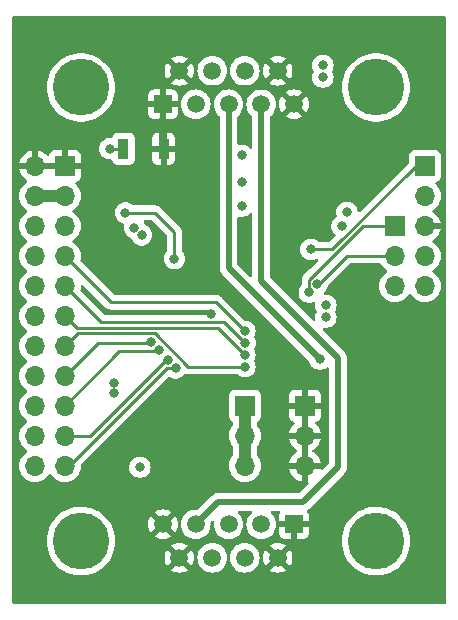
<source format=gbl>
G04 #@! TF.GenerationSoftware,KiCad,Pcbnew,7.0.10-7.0.10~ubuntu23.10.1*
G04 #@! TF.CreationDate,2024-03-11T19:26:56+01:00*
G04 #@! TF.ProjectId,peripherialModule,70657269-7068-4657-9269-616c4d6f6475,rev?*
G04 #@! TF.SameCoordinates,Original*
G04 #@! TF.FileFunction,Copper,L4,Bot*
G04 #@! TF.FilePolarity,Positive*
%FSLAX46Y46*%
G04 Gerber Fmt 4.6, Leading zero omitted, Abs format (unit mm)*
G04 Created by KiCad (PCBNEW 7.0.10-7.0.10~ubuntu23.10.1) date 2024-03-11 19:26:56*
%MOMM*%
%LPD*%
G01*
G04 APERTURE LIST*
G04 #@! TA.AperFunction,ComponentPad*
%ADD10R,1.700000X1.700000*%
G04 #@! TD*
G04 #@! TA.AperFunction,ComponentPad*
%ADD11O,1.700000X1.700000*%
G04 #@! TD*
G04 #@! TA.AperFunction,ComponentPad*
%ADD12R,1.500000X1.500000*%
G04 #@! TD*
G04 #@! TA.AperFunction,ComponentPad*
%ADD13C,1.500000*%
G04 #@! TD*
G04 #@! TA.AperFunction,ComponentPad*
%ADD14C,4.800000*%
G04 #@! TD*
G04 #@! TA.AperFunction,SMDPad,CuDef*
%ADD15R,0.900000X1.700000*%
G04 #@! TD*
G04 #@! TA.AperFunction,ViaPad*
%ADD16C,0.800000*%
G04 #@! TD*
G04 #@! TA.AperFunction,Conductor*
%ADD17C,0.500000*%
G04 #@! TD*
G04 #@! TA.AperFunction,Conductor*
%ADD18C,1.000000*%
G04 #@! TD*
G04 #@! TA.AperFunction,Conductor*
%ADD19C,0.250000*%
G04 #@! TD*
G04 APERTURE END LIST*
D10*
X203200000Y-70000000D03*
D11*
X200660000Y-70000000D03*
X203200000Y-72540000D03*
X200660000Y-72540000D03*
X203200000Y-75080000D03*
X200660000Y-75080000D03*
X203200000Y-77620000D03*
X200660000Y-77620000D03*
X203200000Y-80160000D03*
X200660000Y-80160000D03*
X203200000Y-82700000D03*
X200660000Y-82700000D03*
X203200000Y-85240000D03*
X200660000Y-85240000D03*
X203200000Y-87780000D03*
X200660000Y-87780000D03*
X203200000Y-90320000D03*
X200660000Y-90320000D03*
X203200000Y-92860000D03*
X200660000Y-92860000D03*
X203200000Y-95400000D03*
X200660000Y-95400000D03*
D12*
X211509000Y-64770000D03*
D13*
X214281000Y-64770000D03*
X217054000Y-64770000D03*
X219826000Y-64770000D03*
X222599000Y-64770000D03*
X212895000Y-61930000D03*
X215668000Y-61930000D03*
X218440000Y-61930000D03*
X221213000Y-61930000D03*
D14*
X204559000Y-63350000D03*
X229549000Y-63350000D03*
D12*
X222599000Y-100330000D03*
D13*
X219827000Y-100330000D03*
X217054000Y-100330000D03*
X214282000Y-100330000D03*
X211509000Y-100330000D03*
X221213000Y-103170000D03*
X218440000Y-103170000D03*
X215668000Y-103170000D03*
X212895000Y-103170000D03*
D14*
X229549000Y-101750000D03*
X204559000Y-101750000D03*
D10*
X233680000Y-70000000D03*
D11*
X233680000Y-72540000D03*
X233680000Y-75080000D03*
X233680000Y-77620000D03*
X233680000Y-80160000D03*
D10*
X218440000Y-90297000D03*
D11*
X218440000Y-92837000D03*
X218440000Y-95377000D03*
D10*
X223520000Y-90297000D03*
D11*
X223520000Y-92837000D03*
X223520000Y-95377000D03*
D10*
X231140000Y-75080000D03*
D11*
X231140000Y-77620000D03*
X231140000Y-80160000D03*
D15*
X211554800Y-68529200D03*
X208154800Y-68529200D03*
D16*
X211416900Y-66308000D03*
X213360000Y-88900000D03*
X234137200Y-101041200D03*
X209042000Y-92202000D03*
X234442000Y-60858400D03*
X225132900Y-73293000D03*
X234391200Y-64922400D03*
X228053900Y-70245000D03*
X215575000Y-82494000D03*
X231851200Y-94234000D03*
X214274400Y-92811600D03*
X200406000Y-100939600D03*
X200406000Y-104648000D03*
X234137200Y-105054400D03*
X229971600Y-86512400D03*
X227076000Y-80645000D03*
X219684000Y-83794000D03*
X218592400Y-78282800D03*
X207365600Y-88341200D03*
X225044000Y-61468000D03*
X225044000Y-62484000D03*
X207365600Y-89204800D03*
X224790000Y-86360000D03*
X227076000Y-73914000D03*
X209693842Y-75835842D03*
X226656900Y-75071000D03*
X209092800Y-75234800D03*
X225298000Y-81788000D03*
X225298000Y-82804000D03*
X209550000Y-95504000D03*
X207010000Y-68529200D03*
X224028000Y-77063600D03*
X208330800Y-73964800D03*
X212471000Y-77851000D03*
X210491310Y-84888310D03*
X211198419Y-85595419D03*
X211890083Y-86397834D03*
X212584180Y-87117664D03*
X218440552Y-86985203D03*
X218435845Y-85985211D03*
X218478340Y-84985296D03*
X218437396Y-83986132D03*
X223888681Y-80694000D03*
X224586800Y-79969000D03*
X218186000Y-69088000D03*
X218186000Y-73406000D03*
X218186000Y-71374000D03*
D17*
X211416900Y-68391300D02*
X211554800Y-68529200D01*
X211416900Y-66308000D02*
X211416900Y-68391300D01*
D18*
X200660000Y-72540000D02*
X203200000Y-72540000D01*
D17*
X217054000Y-78624000D02*
X217054000Y-64770000D01*
X224790000Y-86360000D02*
X217054000Y-78624000D01*
X223393000Y-98425000D02*
X226314000Y-95504000D01*
X219826000Y-79745000D02*
X219826000Y-64770000D01*
X216187000Y-98425000D02*
X223393000Y-98425000D01*
X226314000Y-86233000D02*
X219826000Y-79745000D01*
X226314000Y-95504000D02*
X226314000Y-86233000D01*
X214282000Y-100330000D02*
X216187000Y-98425000D01*
D19*
X208154800Y-68529200D02*
X207010000Y-68529200D01*
D18*
X218440000Y-95377000D02*
X218440000Y-90297000D01*
D19*
X210820000Y-73964800D02*
X212471000Y-75615800D01*
X208330800Y-73964800D02*
X210820000Y-73964800D01*
X212471000Y-75615800D02*
X212471000Y-77851000D01*
X232919251Y-70000000D02*
X233680000Y-70000000D01*
X224028000Y-77063600D02*
X225855651Y-77063600D01*
X225855651Y-77063600D02*
X232919251Y-70000000D01*
X210403219Y-84976401D02*
X206003599Y-84976401D01*
X210491310Y-84888310D02*
X210403219Y-84976401D01*
X206003599Y-84976401D02*
X203200000Y-87780000D01*
X207818599Y-85701401D02*
X203200000Y-90320000D01*
X211198419Y-85595419D02*
X211092437Y-85701401D01*
X211092437Y-85701401D02*
X207818599Y-85701401D01*
X211890083Y-86397834D02*
X211798166Y-86397834D01*
X211798166Y-86397834D02*
X205336000Y-92860000D01*
X205336000Y-92860000D02*
X203200000Y-92860000D01*
X203558000Y-95400000D02*
X203200000Y-95400000D01*
X212579010Y-87122834D02*
X211835166Y-87122834D01*
X211835166Y-87122834D02*
X203558000Y-95400000D01*
X212584180Y-87117664D02*
X212579010Y-87122834D01*
X218440552Y-86985203D02*
X213613508Y-86985203D01*
X213613508Y-86985203D02*
X210791615Y-84163310D01*
X210791615Y-84163310D02*
X204276690Y-84163310D01*
X204276690Y-84163310D02*
X203200000Y-85240000D01*
X218435845Y-85985211D02*
X216163944Y-83713310D01*
X216163944Y-83713310D02*
X204213310Y-83713310D01*
X204213310Y-83713310D02*
X203200000Y-82700000D01*
X218411255Y-84985296D02*
X216644959Y-83219000D01*
X216644959Y-83219000D02*
X206259000Y-83219000D01*
X218478340Y-84985296D02*
X218411255Y-84985296D01*
X206259000Y-83219000D02*
X203200000Y-80160000D01*
X207114000Y-81534000D02*
X203200000Y-77620000D01*
X215985264Y-81534000D02*
X207114000Y-81534000D01*
X218437396Y-83986132D02*
X215985264Y-81534000D01*
X223861800Y-79668695D02*
X224286495Y-79244000D01*
X223861800Y-80667119D02*
X223861800Y-79668695D01*
X228475647Y-75080000D02*
X231140000Y-75080000D01*
X224286495Y-79244000D02*
X224311647Y-79244000D01*
X223888681Y-80694000D02*
X223861800Y-80667119D01*
X224311647Y-79244000D02*
X228475647Y-75080000D01*
X224586800Y-79969000D02*
X224704000Y-79969000D01*
X227053000Y-77620000D02*
X231140000Y-77620000D01*
X224704000Y-79969000D02*
X227053000Y-77620000D01*
G04 #@! TA.AperFunction,Conductor*
G36*
X223770000Y-94941498D02*
G01*
X223662315Y-94892320D01*
X223555763Y-94877000D01*
X223484237Y-94877000D01*
X223377685Y-94892320D01*
X223270000Y-94941498D01*
X223270000Y-93272501D01*
X223377685Y-93321680D01*
X223484237Y-93337000D01*
X223555763Y-93337000D01*
X223662315Y-93321680D01*
X223770000Y-93272501D01*
X223770000Y-94941498D01*
G37*
G04 #@! TD.AperFunction*
G04 #@! TA.AperFunction,Conductor*
G36*
X223770000Y-92401498D02*
G01*
X223662315Y-92352320D01*
X223555763Y-92337000D01*
X223484237Y-92337000D01*
X223377685Y-92352320D01*
X223270000Y-92401498D01*
X223270000Y-90732501D01*
X223377685Y-90781680D01*
X223484237Y-90797000D01*
X223555763Y-90797000D01*
X223662315Y-90781680D01*
X223770000Y-90732501D01*
X223770000Y-92401498D01*
G37*
G04 #@! TD.AperFunction*
G04 #@! TA.AperFunction,Conductor*
G36*
X218988694Y-73968627D02*
G01*
X219046742Y-74007513D01*
X219074552Y-74071610D01*
X219075500Y-74086917D01*
X219075500Y-79284770D01*
X219055815Y-79351809D01*
X219003011Y-79397564D01*
X218933853Y-79407508D01*
X218870297Y-79378483D01*
X218863819Y-79372451D01*
X217840819Y-78349451D01*
X217807334Y-78288128D01*
X217804500Y-78261770D01*
X217804500Y-74398654D01*
X217824185Y-74331615D01*
X217876989Y-74285860D01*
X217946147Y-74275916D01*
X217954267Y-74277361D01*
X218091354Y-74306500D01*
X218091355Y-74306500D01*
X218280644Y-74306500D01*
X218280646Y-74306500D01*
X218465803Y-74267144D01*
X218638730Y-74190151D01*
X218791871Y-74078888D01*
X218859350Y-74003944D01*
X218918837Y-73967296D01*
X218988694Y-73968627D01*
G37*
G04 #@! TD.AperFunction*
G04 #@! TA.AperFunction,Conductor*
G36*
X204760862Y-80065899D02*
G01*
X204767340Y-80071931D01*
X206613197Y-81917788D01*
X206623022Y-81930051D01*
X206623243Y-81929869D01*
X206628211Y-81935874D01*
X206677222Y-81981899D01*
X206680021Y-81984612D01*
X206699522Y-82004114D01*
X206699526Y-82004117D01*
X206699529Y-82004120D01*
X206702702Y-82006581D01*
X206711573Y-82014158D01*
X206743418Y-82044062D01*
X206760976Y-82053714D01*
X206777233Y-82064393D01*
X206793064Y-82076673D01*
X206822803Y-82089542D01*
X206833152Y-82094021D01*
X206843641Y-82099160D01*
X206867457Y-82112252D01*
X206881908Y-82120197D01*
X206894523Y-82123435D01*
X206901305Y-82125177D01*
X206919719Y-82131481D01*
X206938104Y-82139438D01*
X206981261Y-82146273D01*
X206992656Y-82148632D01*
X207034981Y-82159500D01*
X207055016Y-82159500D01*
X207074413Y-82161026D01*
X207094196Y-82164160D01*
X207137675Y-82160050D01*
X207149344Y-82159500D01*
X215674812Y-82159500D01*
X215741851Y-82179185D01*
X215762493Y-82195819D01*
X215948493Y-82381819D01*
X215981978Y-82443142D01*
X215976994Y-82512834D01*
X215935122Y-82568767D01*
X215869658Y-82593184D01*
X215860812Y-82593500D01*
X206569453Y-82593500D01*
X206502414Y-82573815D01*
X206481772Y-82557181D01*
X204540237Y-80615646D01*
X204506752Y-80554323D01*
X204508142Y-80495876D01*
X204535063Y-80395408D01*
X204555659Y-80160000D01*
X204555659Y-80159999D01*
X204555659Y-80159612D01*
X204555707Y-80159446D01*
X204556131Y-80154606D01*
X204557103Y-80154691D01*
X204575344Y-80092573D01*
X204628148Y-80046818D01*
X204697306Y-80036874D01*
X204760862Y-80065899D01*
G37*
G04 #@! TD.AperFunction*
G04 #@! TA.AperFunction,Conductor*
G36*
X202740507Y-69790156D02*
G01*
X202700000Y-69928111D01*
X202700000Y-70071889D01*
X202740507Y-70209844D01*
X202766314Y-70250000D01*
X201093686Y-70250000D01*
X201119493Y-70209844D01*
X201160000Y-70071889D01*
X201160000Y-69928111D01*
X201119493Y-69790156D01*
X201093686Y-69750000D01*
X202766314Y-69750000D01*
X202740507Y-69790156D01*
G37*
G04 #@! TD.AperFunction*
G04 #@! TA.AperFunction,Conductor*
G36*
X235401039Y-57296685D02*
G01*
X235446794Y-57349489D01*
X235458000Y-57401000D01*
X235458000Y-106937000D01*
X235438315Y-107004039D01*
X235385511Y-107049794D01*
X235334000Y-107061000D01*
X198879000Y-107061000D01*
X198811961Y-107041315D01*
X198766206Y-106988511D01*
X198755000Y-106937000D01*
X198755000Y-101750003D01*
X201653584Y-101750003D01*
X201673229Y-102087298D01*
X201673230Y-102087309D01*
X201731896Y-102420017D01*
X201731899Y-102420031D01*
X201828801Y-102743710D01*
X201962621Y-103053939D01*
X201962627Y-103053952D01*
X202131560Y-103346553D01*
X202333318Y-103617561D01*
X202333323Y-103617567D01*
X202453069Y-103744489D01*
X202565183Y-103863323D01*
X202565189Y-103863328D01*
X202565191Y-103863330D01*
X202824001Y-104080499D01*
X202824006Y-104080502D01*
X203106292Y-104266164D01*
X203408224Y-104417800D01*
X203725717Y-104533358D01*
X204054480Y-104611276D01*
X204390065Y-104650500D01*
X204390072Y-104650500D01*
X204727928Y-104650500D01*
X204727935Y-104650500D01*
X205063520Y-104611276D01*
X205392283Y-104533358D01*
X205709776Y-104417800D01*
X206011708Y-104266164D01*
X206293994Y-104080502D01*
X206552817Y-103863323D01*
X206784678Y-103617565D01*
X206986440Y-103346552D01*
X207088372Y-103170000D01*
X211640225Y-103170000D01*
X211659287Y-103387884D01*
X211659289Y-103387894D01*
X211715894Y-103599150D01*
X211715898Y-103599159D01*
X211808333Y-103797387D01*
X211851874Y-103859571D01*
X212411922Y-103299523D01*
X212435507Y-103379844D01*
X212513239Y-103500798D01*
X212621900Y-103594952D01*
X212752685Y-103654680D01*
X212762466Y-103656086D01*
X212205427Y-104213124D01*
X212267612Y-104256666D01*
X212465840Y-104349101D01*
X212465849Y-104349105D01*
X212677105Y-104405710D01*
X212677115Y-104405712D01*
X212894999Y-104424775D01*
X212895001Y-104424775D01*
X213112884Y-104405712D01*
X213112894Y-104405710D01*
X213324150Y-104349105D01*
X213324164Y-104349100D01*
X213522383Y-104256669D01*
X213522385Y-104256668D01*
X213584571Y-104213124D01*
X213027534Y-103656086D01*
X213037315Y-103654680D01*
X213168100Y-103594952D01*
X213276761Y-103500798D01*
X213354493Y-103379844D01*
X213378076Y-103299523D01*
X213938124Y-103859570D01*
X213981668Y-103797385D01*
X213981669Y-103797383D01*
X214074100Y-103599164D01*
X214074105Y-103599150D01*
X214130710Y-103387894D01*
X214130712Y-103387884D01*
X214149775Y-103170000D01*
X214412723Y-103170000D01*
X214431081Y-103379844D01*
X214431793Y-103387975D01*
X214431793Y-103387979D01*
X214488422Y-103599322D01*
X214488424Y-103599326D01*
X214488425Y-103599330D01*
X214496929Y-103617567D01*
X214580897Y-103797638D01*
X214580898Y-103797639D01*
X214706402Y-103976877D01*
X214861123Y-104131598D01*
X215040361Y-104257102D01*
X215238670Y-104349575D01*
X215450023Y-104406207D01*
X215632926Y-104422208D01*
X215667998Y-104425277D01*
X215668000Y-104425277D01*
X215668002Y-104425277D01*
X215696254Y-104422805D01*
X215885977Y-104406207D01*
X216097330Y-104349575D01*
X216295639Y-104257102D01*
X216474877Y-104131598D01*
X216629598Y-103976877D01*
X216755102Y-103797639D01*
X216847575Y-103599330D01*
X216904207Y-103387977D01*
X216923277Y-103170000D01*
X217184723Y-103170000D01*
X217203081Y-103379844D01*
X217203793Y-103387975D01*
X217203793Y-103387979D01*
X217260422Y-103599322D01*
X217260424Y-103599326D01*
X217260425Y-103599330D01*
X217268929Y-103617567D01*
X217352897Y-103797638D01*
X217352898Y-103797639D01*
X217478402Y-103976877D01*
X217633123Y-104131598D01*
X217812361Y-104257102D01*
X218010670Y-104349575D01*
X218222023Y-104406207D01*
X218404926Y-104422208D01*
X218439998Y-104425277D01*
X218440000Y-104425277D01*
X218440002Y-104425277D01*
X218468254Y-104422805D01*
X218657977Y-104406207D01*
X218869330Y-104349575D01*
X219067639Y-104257102D01*
X219246877Y-104131598D01*
X219401598Y-103976877D01*
X219527102Y-103797639D01*
X219619575Y-103599330D01*
X219676207Y-103387977D01*
X219695277Y-103170000D01*
X219958225Y-103170000D01*
X219977287Y-103387884D01*
X219977289Y-103387894D01*
X220033894Y-103599150D01*
X220033898Y-103599159D01*
X220126333Y-103797387D01*
X220169874Y-103859571D01*
X220729922Y-103299523D01*
X220753507Y-103379844D01*
X220831239Y-103500798D01*
X220939900Y-103594952D01*
X221070685Y-103654680D01*
X221080466Y-103656086D01*
X220523427Y-104213124D01*
X220585612Y-104256666D01*
X220783840Y-104349101D01*
X220783849Y-104349105D01*
X220995105Y-104405710D01*
X220995115Y-104405712D01*
X221212999Y-104424775D01*
X221213001Y-104424775D01*
X221430884Y-104405712D01*
X221430894Y-104405710D01*
X221642150Y-104349105D01*
X221642164Y-104349100D01*
X221840383Y-104256669D01*
X221840385Y-104256668D01*
X221902571Y-104213124D01*
X221345534Y-103656086D01*
X221355315Y-103654680D01*
X221486100Y-103594952D01*
X221594761Y-103500798D01*
X221672493Y-103379844D01*
X221696076Y-103299523D01*
X222256124Y-103859570D01*
X222299668Y-103797385D01*
X222299669Y-103797383D01*
X222392100Y-103599164D01*
X222392105Y-103599150D01*
X222448710Y-103387894D01*
X222448712Y-103387884D01*
X222467775Y-103170000D01*
X222467775Y-103169999D01*
X222448712Y-102952115D01*
X222448710Y-102952105D01*
X222392105Y-102740849D01*
X222392101Y-102740840D01*
X222299667Y-102542614D01*
X222299666Y-102542612D01*
X222256124Y-102480428D01*
X222256124Y-102480427D01*
X221696076Y-103040475D01*
X221672493Y-102960156D01*
X221594761Y-102839202D01*
X221486100Y-102745048D01*
X221355315Y-102685320D01*
X221345533Y-102683913D01*
X221902571Y-102126874D01*
X221840387Y-102083333D01*
X221642159Y-101990898D01*
X221642150Y-101990894D01*
X221430894Y-101934289D01*
X221430884Y-101934287D01*
X221213001Y-101915225D01*
X221212999Y-101915225D01*
X220995115Y-101934287D01*
X220995105Y-101934289D01*
X220783849Y-101990894D01*
X220783840Y-101990898D01*
X220585613Y-102083333D01*
X220523428Y-102126874D01*
X221080467Y-102683913D01*
X221070685Y-102685320D01*
X220939900Y-102745048D01*
X220831239Y-102839202D01*
X220753507Y-102960156D01*
X220729923Y-103040476D01*
X220169874Y-102480428D01*
X220126333Y-102542613D01*
X220033898Y-102740840D01*
X220033894Y-102740849D01*
X219977289Y-102952105D01*
X219977287Y-102952115D01*
X219958225Y-103169999D01*
X219958225Y-103170000D01*
X219695277Y-103170000D01*
X219676207Y-102952023D01*
X219619575Y-102740670D01*
X219527102Y-102542362D01*
X219527100Y-102542359D01*
X219527099Y-102542357D01*
X219401599Y-102363124D01*
X219401596Y-102363121D01*
X219246877Y-102208402D01*
X219073923Y-102087298D01*
X219067638Y-102082897D01*
X218968484Y-102036661D01*
X218869330Y-101990425D01*
X218869326Y-101990424D01*
X218869322Y-101990422D01*
X218657977Y-101933793D01*
X218440002Y-101914723D01*
X218439998Y-101914723D01*
X218294682Y-101927436D01*
X218222023Y-101933793D01*
X218222020Y-101933793D01*
X218010677Y-101990422D01*
X218010668Y-101990426D01*
X217812361Y-102082898D01*
X217812357Y-102082900D01*
X217633121Y-102208402D01*
X217478402Y-102363121D01*
X217352900Y-102542357D01*
X217352898Y-102542361D01*
X217260426Y-102740668D01*
X217260422Y-102740677D01*
X217203793Y-102952020D01*
X217203793Y-102952023D01*
X217184723Y-103170000D01*
X216923277Y-103170000D01*
X216904207Y-102952023D01*
X216847575Y-102740670D01*
X216755102Y-102542362D01*
X216755100Y-102542359D01*
X216755099Y-102542357D01*
X216629599Y-102363124D01*
X216629596Y-102363121D01*
X216474877Y-102208402D01*
X216301923Y-102087298D01*
X216295638Y-102082897D01*
X216196484Y-102036661D01*
X216097330Y-101990425D01*
X216097326Y-101990424D01*
X216097322Y-101990422D01*
X215885977Y-101933793D01*
X215668002Y-101914723D01*
X215667998Y-101914723D01*
X215522682Y-101927436D01*
X215450023Y-101933793D01*
X215450020Y-101933793D01*
X215238677Y-101990422D01*
X215238668Y-101990426D01*
X215040361Y-102082898D01*
X215040357Y-102082900D01*
X214861121Y-102208402D01*
X214706402Y-102363121D01*
X214580900Y-102542357D01*
X214580898Y-102542361D01*
X214488426Y-102740668D01*
X214488422Y-102740677D01*
X214431793Y-102952020D01*
X214431793Y-102952023D01*
X214412723Y-103170000D01*
X214149775Y-103170000D01*
X214149775Y-103169999D01*
X214130712Y-102952115D01*
X214130710Y-102952105D01*
X214074105Y-102740849D01*
X214074101Y-102740840D01*
X213981667Y-102542614D01*
X213981666Y-102542612D01*
X213938124Y-102480428D01*
X213938124Y-102480427D01*
X213378076Y-103040475D01*
X213354493Y-102960156D01*
X213276761Y-102839202D01*
X213168100Y-102745048D01*
X213037315Y-102685320D01*
X213027533Y-102683913D01*
X213584571Y-102126874D01*
X213522387Y-102083333D01*
X213324159Y-101990898D01*
X213324150Y-101990894D01*
X213112894Y-101934289D01*
X213112884Y-101934287D01*
X212895001Y-101915225D01*
X212894999Y-101915225D01*
X212677115Y-101934287D01*
X212677105Y-101934289D01*
X212465849Y-101990894D01*
X212465840Y-101990898D01*
X212267613Y-102083333D01*
X212205428Y-102126874D01*
X212762467Y-102683913D01*
X212752685Y-102685320D01*
X212621900Y-102745048D01*
X212513239Y-102839202D01*
X212435507Y-102960156D01*
X212411922Y-103040476D01*
X211851874Y-102480428D01*
X211808333Y-102542613D01*
X211715898Y-102740840D01*
X211715894Y-102740849D01*
X211659289Y-102952105D01*
X211659287Y-102952115D01*
X211640225Y-103169999D01*
X211640225Y-103170000D01*
X207088372Y-103170000D01*
X207155375Y-103053948D01*
X207289198Y-102743711D01*
X207386100Y-102420035D01*
X207444771Y-102087298D01*
X207464416Y-101750003D01*
X226643584Y-101750003D01*
X226663229Y-102087298D01*
X226663230Y-102087309D01*
X226721896Y-102420017D01*
X226721899Y-102420031D01*
X226818801Y-102743710D01*
X226952621Y-103053939D01*
X226952627Y-103053952D01*
X227121560Y-103346553D01*
X227323318Y-103617561D01*
X227323323Y-103617567D01*
X227443069Y-103744489D01*
X227555183Y-103863323D01*
X227555189Y-103863328D01*
X227555191Y-103863330D01*
X227814001Y-104080499D01*
X227814006Y-104080502D01*
X228096292Y-104266164D01*
X228398224Y-104417800D01*
X228715717Y-104533358D01*
X229044480Y-104611276D01*
X229380065Y-104650500D01*
X229380072Y-104650500D01*
X229717928Y-104650500D01*
X229717935Y-104650500D01*
X230053520Y-104611276D01*
X230382283Y-104533358D01*
X230699776Y-104417800D01*
X231001708Y-104266164D01*
X231283994Y-104080502D01*
X231542817Y-103863323D01*
X231774678Y-103617565D01*
X231976440Y-103346552D01*
X232145375Y-103053948D01*
X232279198Y-102743711D01*
X232376100Y-102420035D01*
X232434771Y-102087298D01*
X232454416Y-101750000D01*
X232434771Y-101412702D01*
X232376100Y-101079965D01*
X232279198Y-100756289D01*
X232145375Y-100446052D01*
X231976440Y-100153448D01*
X231976439Y-100153446D01*
X231774681Y-99882438D01*
X231774676Y-99882432D01*
X231605024Y-99702613D01*
X231542817Y-99636677D01*
X231542810Y-99636671D01*
X231542808Y-99636669D01*
X231283998Y-99419500D01*
X231141622Y-99325859D01*
X231001708Y-99233836D01*
X230918675Y-99192135D01*
X230699783Y-99082203D01*
X230699777Y-99082200D01*
X230382284Y-98966642D01*
X230382281Y-98966641D01*
X230155639Y-98912926D01*
X230053520Y-98888724D01*
X229717935Y-98849500D01*
X229380065Y-98849500D01*
X229044480Y-98888724D01*
X228715718Y-98966641D01*
X228715715Y-98966642D01*
X228398222Y-99082200D01*
X228398216Y-99082203D01*
X228096295Y-99233834D01*
X227814001Y-99419500D01*
X227555191Y-99636669D01*
X227555181Y-99636679D01*
X227323323Y-99882432D01*
X227323318Y-99882438D01*
X227121560Y-100153446D01*
X226952627Y-100446047D01*
X226952621Y-100446060D01*
X226818801Y-100756289D01*
X226721899Y-101079968D01*
X226721896Y-101079982D01*
X226663230Y-101412690D01*
X226663229Y-101412701D01*
X226643584Y-101749996D01*
X226643584Y-101750003D01*
X207464416Y-101750003D01*
X207464416Y-101750000D01*
X207444771Y-101412702D01*
X207386100Y-101079965D01*
X207289198Y-100756289D01*
X207155375Y-100446052D01*
X207088372Y-100330000D01*
X210254225Y-100330000D01*
X210273287Y-100547884D01*
X210273289Y-100547894D01*
X210329894Y-100759150D01*
X210329898Y-100759159D01*
X210422333Y-100957387D01*
X210465874Y-101019571D01*
X211025922Y-100459523D01*
X211049507Y-100539844D01*
X211127239Y-100660798D01*
X211235900Y-100754952D01*
X211366685Y-100814680D01*
X211376466Y-100816086D01*
X210819427Y-101373124D01*
X210881612Y-101416666D01*
X211079840Y-101509101D01*
X211079849Y-101509105D01*
X211291105Y-101565710D01*
X211291115Y-101565712D01*
X211508999Y-101584775D01*
X211509001Y-101584775D01*
X211726884Y-101565712D01*
X211726894Y-101565710D01*
X211938150Y-101509105D01*
X211938164Y-101509100D01*
X212136383Y-101416669D01*
X212136385Y-101416668D01*
X212198571Y-101373124D01*
X211641534Y-100816086D01*
X211651315Y-100814680D01*
X211782100Y-100754952D01*
X211890761Y-100660798D01*
X211968493Y-100539844D01*
X211992076Y-100459523D01*
X212552124Y-101019570D01*
X212595668Y-100957385D01*
X212595669Y-100957383D01*
X212688100Y-100759164D01*
X212688105Y-100759150D01*
X212744710Y-100547894D01*
X212744712Y-100547884D01*
X212763775Y-100330000D01*
X213026723Y-100330000D01*
X213045081Y-100539844D01*
X213045793Y-100547975D01*
X213045793Y-100547979D01*
X213102422Y-100759322D01*
X213102424Y-100759326D01*
X213102425Y-100759330D01*
X213128235Y-100814680D01*
X213194897Y-100957638D01*
X213194898Y-100957639D01*
X213320402Y-101136877D01*
X213475123Y-101291598D01*
X213654361Y-101417102D01*
X213852670Y-101509575D01*
X214064023Y-101566207D01*
X214246926Y-101582208D01*
X214281998Y-101585277D01*
X214282000Y-101585277D01*
X214282002Y-101585277D01*
X214310254Y-101582805D01*
X214499977Y-101566207D01*
X214711330Y-101509575D01*
X214909639Y-101417102D01*
X215088877Y-101291598D01*
X215243598Y-101136877D01*
X215369102Y-100957639D01*
X215461575Y-100759330D01*
X215518207Y-100547977D01*
X215537277Y-100330000D01*
X215526716Y-100209290D01*
X215540482Y-100140792D01*
X215562560Y-100110806D01*
X215601480Y-100071886D01*
X215662801Y-100038403D01*
X215732493Y-100043387D01*
X215788426Y-100085259D01*
X215812843Y-100150723D01*
X215812687Y-100170375D01*
X215805012Y-100258111D01*
X215798723Y-100330000D01*
X215817081Y-100539844D01*
X215817793Y-100547975D01*
X215817793Y-100547979D01*
X215874422Y-100759322D01*
X215874424Y-100759326D01*
X215874425Y-100759330D01*
X215900235Y-100814680D01*
X215966897Y-100957638D01*
X215966898Y-100957639D01*
X216092402Y-101136877D01*
X216247123Y-101291598D01*
X216426361Y-101417102D01*
X216624670Y-101509575D01*
X216836023Y-101566207D01*
X217018926Y-101582208D01*
X217053998Y-101585277D01*
X217054000Y-101585277D01*
X217054002Y-101585277D01*
X217082254Y-101582805D01*
X217271977Y-101566207D01*
X217483330Y-101509575D01*
X217681639Y-101417102D01*
X217860877Y-101291598D01*
X218015598Y-101136877D01*
X218141102Y-100957639D01*
X218233575Y-100759330D01*
X218290207Y-100547977D01*
X218309277Y-100330000D01*
X218290207Y-100112023D01*
X218233575Y-99900670D01*
X218141102Y-99702362D01*
X218141100Y-99702359D01*
X218141099Y-99702357D01*
X218015599Y-99523124D01*
X217965095Y-99472620D01*
X217879654Y-99387179D01*
X217846171Y-99325859D01*
X217851155Y-99256167D01*
X217893026Y-99200233D01*
X217958490Y-99175816D01*
X217967337Y-99175500D01*
X218913662Y-99175500D01*
X218980701Y-99195185D01*
X219026456Y-99247989D01*
X219036400Y-99317147D01*
X219007375Y-99380703D01*
X219001343Y-99387181D01*
X218865402Y-99523121D01*
X218739900Y-99702357D01*
X218739898Y-99702361D01*
X218647426Y-99900668D01*
X218647422Y-99900677D01*
X218590793Y-100112020D01*
X218590793Y-100112023D01*
X218571723Y-100330000D01*
X218590081Y-100539844D01*
X218590793Y-100547975D01*
X218590793Y-100547979D01*
X218647422Y-100759322D01*
X218647424Y-100759326D01*
X218647425Y-100759330D01*
X218673235Y-100814680D01*
X218739897Y-100957638D01*
X218739898Y-100957639D01*
X218865402Y-101136877D01*
X219020123Y-101291598D01*
X219199361Y-101417102D01*
X219397670Y-101509575D01*
X219609023Y-101566207D01*
X219791926Y-101582208D01*
X219826998Y-101585277D01*
X219827000Y-101585277D01*
X219827002Y-101585277D01*
X219855254Y-101582805D01*
X220044977Y-101566207D01*
X220256330Y-101509575D01*
X220454639Y-101417102D01*
X220633877Y-101291598D01*
X220788598Y-101136877D01*
X220914102Y-100957639D01*
X221006575Y-100759330D01*
X221063207Y-100547977D01*
X221082277Y-100330000D01*
X221063207Y-100112023D01*
X221006575Y-99900670D01*
X220914102Y-99702362D01*
X220914100Y-99702359D01*
X220914099Y-99702357D01*
X220788599Y-99523124D01*
X220738095Y-99472620D01*
X220652654Y-99387179D01*
X220619171Y-99325859D01*
X220624155Y-99256167D01*
X220666026Y-99200233D01*
X220731490Y-99175816D01*
X220740337Y-99175500D01*
X221287629Y-99175500D01*
X221354668Y-99195185D01*
X221400423Y-99247989D01*
X221410367Y-99317147D01*
X221403811Y-99342833D01*
X221355403Y-99472620D01*
X221355401Y-99472627D01*
X221349000Y-99532155D01*
X221349000Y-100080000D01*
X222165314Y-100080000D01*
X222139507Y-100120156D01*
X222099000Y-100258111D01*
X222099000Y-100401889D01*
X222139507Y-100539844D01*
X222165314Y-100580000D01*
X221349000Y-100580000D01*
X221349000Y-101127844D01*
X221355401Y-101187372D01*
X221355403Y-101187379D01*
X221405645Y-101322086D01*
X221405649Y-101322093D01*
X221491809Y-101437187D01*
X221491812Y-101437190D01*
X221606906Y-101523350D01*
X221606913Y-101523354D01*
X221741620Y-101573596D01*
X221741627Y-101573598D01*
X221801155Y-101579999D01*
X221801172Y-101580000D01*
X222349000Y-101580000D01*
X222349000Y-100765501D01*
X222456685Y-100814680D01*
X222563237Y-100830000D01*
X222634763Y-100830000D01*
X222741315Y-100814680D01*
X222849000Y-100765501D01*
X222849000Y-101580000D01*
X223396828Y-101580000D01*
X223396844Y-101579999D01*
X223456372Y-101573598D01*
X223456379Y-101573596D01*
X223591086Y-101523354D01*
X223591093Y-101523350D01*
X223706187Y-101437190D01*
X223706190Y-101437187D01*
X223792350Y-101322093D01*
X223792354Y-101322086D01*
X223842596Y-101187379D01*
X223842598Y-101187372D01*
X223848999Y-101127844D01*
X223849000Y-101127827D01*
X223849000Y-100580000D01*
X223032686Y-100580000D01*
X223058493Y-100539844D01*
X223099000Y-100401889D01*
X223099000Y-100258111D01*
X223058493Y-100120156D01*
X223032686Y-100080000D01*
X223849000Y-100080000D01*
X223849000Y-99532172D01*
X223848999Y-99532155D01*
X223842598Y-99472627D01*
X223842596Y-99472620D01*
X223792354Y-99337913D01*
X223792350Y-99337906D01*
X223732232Y-99257599D01*
X223707814Y-99192135D01*
X223722665Y-99123862D01*
X223763354Y-99079691D01*
X223794855Y-99058973D01*
X223797731Y-99057140D01*
X223861656Y-99017712D01*
X223861662Y-99017705D01*
X223867325Y-99013229D01*
X223867363Y-99013277D01*
X223873200Y-99008522D01*
X223873161Y-99008475D01*
X223878691Y-99003833D01*
X223878696Y-99003830D01*
X223930184Y-98949254D01*
X223932631Y-98946735D01*
X226799642Y-96079724D01*
X226813271Y-96067947D01*
X226815153Y-96066546D01*
X226832530Y-96053610D01*
X226864360Y-96015676D01*
X226871677Y-96007691D01*
X226875587Y-96003781D01*
X226875587Y-96003780D01*
X226875591Y-96003777D01*
X226894833Y-95979438D01*
X226897069Y-95976693D01*
X226945302Y-95919214D01*
X226945307Y-95919203D01*
X226949274Y-95913175D01*
X226949325Y-95913208D01*
X226953372Y-95906856D01*
X226953320Y-95906824D01*
X226957108Y-95900680D01*
X226957111Y-95900677D01*
X226988821Y-95832673D01*
X226990362Y-95829488D01*
X227024040Y-95762433D01*
X227024043Y-95762417D01*
X227026509Y-95755646D01*
X227026567Y-95755667D01*
X227029043Y-95748546D01*
X227028986Y-95748528D01*
X227031256Y-95741677D01*
X227038251Y-95707798D01*
X227046447Y-95668102D01*
X227047179Y-95664798D01*
X227064500Y-95591721D01*
X227064500Y-95591712D01*
X227065338Y-95584548D01*
X227065398Y-95584555D01*
X227066164Y-95577055D01*
X227066105Y-95577050D01*
X227066734Y-95569860D01*
X227064552Y-95494869D01*
X227064500Y-95491262D01*
X227064500Y-86296705D01*
X227065809Y-86278735D01*
X227067494Y-86267228D01*
X227069289Y-86254977D01*
X227064972Y-86205630D01*
X227064500Y-86194822D01*
X227064500Y-86189296D01*
X227064500Y-86189291D01*
X227060901Y-86158509D01*
X227060536Y-86154929D01*
X227053999Y-86080201D01*
X227052539Y-86073129D01*
X227052597Y-86073116D01*
X227050965Y-86065757D01*
X227050906Y-86065772D01*
X227049241Y-86058751D01*
X227049241Y-86058745D01*
X227023569Y-85988212D01*
X227022421Y-85984909D01*
X226998814Y-85913666D01*
X226998810Y-85913659D01*
X226995760Y-85907118D01*
X226995815Y-85907091D01*
X226992533Y-85900313D01*
X226992480Y-85900340D01*
X226989235Y-85893880D01*
X226948025Y-85831223D01*
X226946086Y-85828181D01*
X226906710Y-85764342D01*
X226902234Y-85758682D01*
X226902281Y-85758644D01*
X226897519Y-85752799D01*
X226897474Y-85752838D01*
X226892831Y-85747305D01*
X226838272Y-85695831D01*
X226835685Y-85693318D01*
X225046646Y-83904278D01*
X225013161Y-83842955D01*
X225018145Y-83773263D01*
X225060017Y-83717330D01*
X225125481Y-83692913D01*
X225160101Y-83695306D01*
X225203354Y-83704500D01*
X225203356Y-83704500D01*
X225392644Y-83704500D01*
X225392646Y-83704500D01*
X225577803Y-83665144D01*
X225750730Y-83588151D01*
X225903871Y-83476888D01*
X226030533Y-83336216D01*
X226125179Y-83172284D01*
X226183674Y-82992256D01*
X226203460Y-82804000D01*
X226183674Y-82615744D01*
X226125179Y-82435716D01*
X226080308Y-82357997D01*
X226063836Y-82290100D01*
X226080309Y-82234001D01*
X226125179Y-82156284D01*
X226183674Y-81976256D01*
X226203460Y-81788000D01*
X226183674Y-81599744D01*
X226129112Y-81431823D01*
X226125181Y-81419722D01*
X226125180Y-81419721D01*
X226125179Y-81419716D01*
X226030533Y-81255784D01*
X225903871Y-81115112D01*
X225860204Y-81083386D01*
X225750734Y-81003851D01*
X225750729Y-81003848D01*
X225577807Y-80926857D01*
X225577802Y-80926855D01*
X225432001Y-80895865D01*
X225392646Y-80887500D01*
X225236248Y-80887500D01*
X225169209Y-80867815D01*
X225123454Y-80815011D01*
X225113510Y-80745853D01*
X225142535Y-80682297D01*
X225163362Y-80663182D01*
X225192671Y-80641888D01*
X225319333Y-80501216D01*
X225413979Y-80337284D01*
X225472474Y-80157256D01*
X225476356Y-80120314D01*
X225502938Y-80055700D01*
X225511987Y-80045601D01*
X227275771Y-78281819D01*
X227337094Y-78248334D01*
X227363452Y-78245500D01*
X229864773Y-78245500D01*
X229931812Y-78265185D01*
X229966348Y-78298377D01*
X230101501Y-78491396D01*
X230101506Y-78491402D01*
X230268597Y-78658493D01*
X230268603Y-78658498D01*
X230454158Y-78788425D01*
X230497783Y-78843002D01*
X230504977Y-78912500D01*
X230473454Y-78974855D01*
X230454158Y-78991575D01*
X230268597Y-79121505D01*
X230101505Y-79288597D01*
X229965965Y-79482169D01*
X229965964Y-79482171D01*
X229866098Y-79696335D01*
X229866094Y-79696344D01*
X229804938Y-79924586D01*
X229804936Y-79924596D01*
X229784341Y-80159999D01*
X229784341Y-80160000D01*
X229804936Y-80395403D01*
X229804938Y-80395413D01*
X229866094Y-80623655D01*
X229866096Y-80623659D01*
X229866097Y-80623663D01*
X229946004Y-80795023D01*
X229965965Y-80837830D01*
X229965967Y-80837834D01*
X230028302Y-80926857D01*
X230101505Y-81031401D01*
X230268599Y-81198495D01*
X230308186Y-81226214D01*
X230462165Y-81334032D01*
X230462167Y-81334033D01*
X230462170Y-81334035D01*
X230676337Y-81433903D01*
X230904592Y-81495063D01*
X231092918Y-81511539D01*
X231139999Y-81515659D01*
X231140000Y-81515659D01*
X231140001Y-81515659D01*
X231179234Y-81512226D01*
X231375408Y-81495063D01*
X231603663Y-81433903D01*
X231817830Y-81334035D01*
X232011401Y-81198495D01*
X232178495Y-81031401D01*
X232308425Y-80845842D01*
X232363002Y-80802217D01*
X232432500Y-80795023D01*
X232494855Y-80826546D01*
X232511575Y-80845842D01*
X232641500Y-81031395D01*
X232641505Y-81031401D01*
X232808599Y-81198495D01*
X232848186Y-81226214D01*
X233002165Y-81334032D01*
X233002167Y-81334033D01*
X233002170Y-81334035D01*
X233216337Y-81433903D01*
X233444592Y-81495063D01*
X233632918Y-81511539D01*
X233679999Y-81515659D01*
X233680000Y-81515659D01*
X233680001Y-81515659D01*
X233719234Y-81512226D01*
X233915408Y-81495063D01*
X234143663Y-81433903D01*
X234357830Y-81334035D01*
X234551401Y-81198495D01*
X234718495Y-81031401D01*
X234854035Y-80837830D01*
X234953903Y-80623663D01*
X235015063Y-80395408D01*
X235035659Y-80160000D01*
X235035418Y-80157251D01*
X235025649Y-80045592D01*
X235015063Y-79924592D01*
X234968626Y-79751285D01*
X234953905Y-79696344D01*
X234953904Y-79696343D01*
X234953903Y-79696337D01*
X234854035Y-79482171D01*
X234848598Y-79474405D01*
X234718494Y-79288597D01*
X234551402Y-79121506D01*
X234551396Y-79121501D01*
X234365842Y-78991575D01*
X234322217Y-78936998D01*
X234315023Y-78867500D01*
X234346546Y-78805145D01*
X234365842Y-78788425D01*
X234426674Y-78745830D01*
X234551401Y-78658495D01*
X234718495Y-78491401D01*
X234854035Y-78297830D01*
X234953903Y-78083663D01*
X235015063Y-77855408D01*
X235035659Y-77620000D01*
X235015063Y-77384592D01*
X234953903Y-77156337D01*
X234854035Y-76942171D01*
X234853652Y-76941623D01*
X234718494Y-76748597D01*
X234551402Y-76581506D01*
X234551401Y-76581505D01*
X234365405Y-76451269D01*
X234321781Y-76396692D01*
X234314588Y-76327193D01*
X234346110Y-76264839D01*
X234365405Y-76248119D01*
X234551082Y-76118105D01*
X234718105Y-75951082D01*
X234853600Y-75757578D01*
X234953429Y-75543492D01*
X234953432Y-75543486D01*
X235010636Y-75330000D01*
X234113686Y-75330000D01*
X234139493Y-75289844D01*
X234180000Y-75151889D01*
X234180000Y-75008111D01*
X234139493Y-74870156D01*
X234113686Y-74830000D01*
X235010636Y-74830000D01*
X235010635Y-74829999D01*
X234953432Y-74616513D01*
X234953429Y-74616507D01*
X234853600Y-74402422D01*
X234853599Y-74402420D01*
X234718113Y-74208926D01*
X234718108Y-74208920D01*
X234551078Y-74041890D01*
X234365405Y-73911879D01*
X234321780Y-73857302D01*
X234314588Y-73787804D01*
X234346110Y-73725449D01*
X234365406Y-73708730D01*
X234365842Y-73708425D01*
X234551401Y-73578495D01*
X234718495Y-73411401D01*
X234854035Y-73217830D01*
X234953903Y-73003663D01*
X235015063Y-72775408D01*
X235035659Y-72540000D01*
X235015063Y-72304592D01*
X234953903Y-72076337D01*
X234854035Y-71862171D01*
X234718495Y-71668599D01*
X234596567Y-71546671D01*
X234563084Y-71485351D01*
X234568068Y-71415659D01*
X234609939Y-71359725D01*
X234640915Y-71342810D01*
X234772331Y-71293796D01*
X234887546Y-71207546D01*
X234973796Y-71092331D01*
X235024091Y-70957483D01*
X235030500Y-70897873D01*
X235030499Y-69102128D01*
X235024091Y-69042517D01*
X235023147Y-69039987D01*
X234973797Y-68907671D01*
X234973793Y-68907664D01*
X234887547Y-68792455D01*
X234887544Y-68792452D01*
X234772335Y-68706206D01*
X234772328Y-68706202D01*
X234637482Y-68655908D01*
X234637483Y-68655908D01*
X234577883Y-68649501D01*
X234577881Y-68649500D01*
X234577873Y-68649500D01*
X234577864Y-68649500D01*
X232782129Y-68649500D01*
X232782123Y-68649501D01*
X232722516Y-68655908D01*
X232587671Y-68706202D01*
X232587664Y-68706206D01*
X232472455Y-68792452D01*
X232472452Y-68792455D01*
X232386206Y-68907664D01*
X232386202Y-68907671D01*
X232335908Y-69042517D01*
X232331413Y-69084334D01*
X232329501Y-69102123D01*
X232329500Y-69102135D01*
X232329500Y-69653797D01*
X232309815Y-69720836D01*
X232293181Y-69741478D01*
X228178526Y-73856132D01*
X228117203Y-73889617D01*
X228047511Y-73884633D01*
X227991578Y-73842761D01*
X227967525Y-73781414D01*
X227961674Y-73725744D01*
X227903179Y-73545716D01*
X227808533Y-73381784D01*
X227681871Y-73241112D01*
X227681870Y-73241111D01*
X227528734Y-73129851D01*
X227528729Y-73129848D01*
X227355807Y-73052857D01*
X227355802Y-73052855D01*
X227210001Y-73021865D01*
X227170646Y-73013500D01*
X226981354Y-73013500D01*
X226948897Y-73020398D01*
X226796197Y-73052855D01*
X226796192Y-73052857D01*
X226623270Y-73129848D01*
X226623265Y-73129851D01*
X226470129Y-73241111D01*
X226343466Y-73381785D01*
X226248821Y-73545715D01*
X226248818Y-73545722D01*
X226190422Y-73725449D01*
X226190326Y-73725744D01*
X226170795Y-73911575D01*
X226170540Y-73914000D01*
X226190326Y-74102256D01*
X226190328Y-74102262D01*
X226213653Y-74174051D01*
X226215648Y-74243892D01*
X226179567Y-74303724D01*
X226168608Y-74312686D01*
X226051027Y-74398113D01*
X225924366Y-74538785D01*
X225829721Y-74702715D01*
X225829718Y-74702722D01*
X225776497Y-74866522D01*
X225771226Y-74882744D01*
X225751440Y-75071000D01*
X225771226Y-75259256D01*
X225771227Y-75259259D01*
X225829718Y-75439277D01*
X225829721Y-75439284D01*
X225924367Y-75603216D01*
X226010199Y-75698542D01*
X226051029Y-75743888D01*
X226051033Y-75743892D01*
X226072427Y-75759435D01*
X226115094Y-75814765D01*
X226121074Y-75884378D01*
X226088468Y-75946173D01*
X226087224Y-75947435D01*
X225632879Y-76401781D01*
X225571556Y-76435266D01*
X225545198Y-76438100D01*
X224731748Y-76438100D01*
X224664709Y-76418415D01*
X224639600Y-76397074D01*
X224633873Y-76390714D01*
X224633869Y-76390710D01*
X224480734Y-76279451D01*
X224480729Y-76279448D01*
X224307807Y-76202457D01*
X224307802Y-76202455D01*
X224162001Y-76171465D01*
X224122646Y-76163100D01*
X223933354Y-76163100D01*
X223900897Y-76169998D01*
X223748197Y-76202455D01*
X223748192Y-76202457D01*
X223575270Y-76279448D01*
X223575265Y-76279451D01*
X223422129Y-76390711D01*
X223295466Y-76531385D01*
X223200821Y-76695315D01*
X223200818Y-76695322D01*
X223142327Y-76875340D01*
X223142326Y-76875344D01*
X223122540Y-77063600D01*
X223142326Y-77251856D01*
X223142327Y-77251859D01*
X223200818Y-77431877D01*
X223200821Y-77431884D01*
X223295467Y-77595816D01*
X223379461Y-77689100D01*
X223422129Y-77736488D01*
X223575265Y-77847748D01*
X223575270Y-77847751D01*
X223748192Y-77924742D01*
X223748197Y-77924744D01*
X223933354Y-77964100D01*
X223933355Y-77964100D01*
X224122644Y-77964100D01*
X224122646Y-77964100D01*
X224307803Y-77924744D01*
X224480730Y-77847751D01*
X224480730Y-77847750D01*
X224486666Y-77845108D01*
X224487848Y-77847764D01*
X224543378Y-77834242D01*
X224609425Y-77857037D01*
X224652663Y-77911921D01*
X224659366Y-77981468D01*
X224627404Y-78043599D01*
X224625267Y-78045788D01*
X223977888Y-78693166D01*
X223963090Y-78705805D01*
X223947419Y-78717190D01*
X223937659Y-78723601D01*
X223900075Y-78745828D01*
X223885903Y-78760000D01*
X223871118Y-78772628D01*
X223854907Y-78784407D01*
X223827066Y-78818059D01*
X223819206Y-78826696D01*
X223478008Y-79167894D01*
X223465751Y-79177715D01*
X223465934Y-79177936D01*
X223459922Y-79182909D01*
X223413898Y-79231918D01*
X223411191Y-79234711D01*
X223391689Y-79254212D01*
X223391675Y-79254229D01*
X223389207Y-79257410D01*
X223381643Y-79266265D01*
X223351737Y-79298113D01*
X223351736Y-79298115D01*
X223342084Y-79315671D01*
X223331410Y-79331921D01*
X223319129Y-79347756D01*
X223319124Y-79347763D01*
X223301775Y-79387853D01*
X223296638Y-79398339D01*
X223275603Y-79436601D01*
X223270622Y-79456002D01*
X223264321Y-79474405D01*
X223256362Y-79492797D01*
X223256361Y-79492800D01*
X223249528Y-79535938D01*
X223247160Y-79547369D01*
X223236301Y-79589666D01*
X223236300Y-79589677D01*
X223236300Y-79609711D01*
X223234773Y-79629110D01*
X223231640Y-79648889D01*
X223231640Y-79648890D01*
X223235750Y-79692369D01*
X223236300Y-79704038D01*
X223236300Y-80025167D01*
X223216615Y-80092206D01*
X223204450Y-80108139D01*
X223156147Y-80161785D01*
X223061502Y-80325715D01*
X223061499Y-80325722D01*
X223006215Y-80495871D01*
X223003007Y-80505744D01*
X222983221Y-80694000D01*
X223003007Y-80882256D01*
X223003008Y-80882259D01*
X223061499Y-81062277D01*
X223061502Y-81062284D01*
X223156148Y-81226216D01*
X223263943Y-81345934D01*
X223282810Y-81366888D01*
X223435946Y-81478148D01*
X223435951Y-81478151D01*
X223608873Y-81555142D01*
X223608878Y-81555144D01*
X223794035Y-81594500D01*
X223794036Y-81594500D01*
X223983325Y-81594500D01*
X223983327Y-81594500D01*
X224168484Y-81555144D01*
X224233011Y-81526414D01*
X224302256Y-81517129D01*
X224365533Y-81546757D01*
X224402748Y-81605891D01*
X224406764Y-81652654D01*
X224392540Y-81788000D01*
X224412326Y-81976256D01*
X224412327Y-81976259D01*
X224470820Y-82156283D01*
X224515690Y-82234001D01*
X224532162Y-82301901D01*
X224515690Y-82357999D01*
X224470820Y-82435716D01*
X224415525Y-82605899D01*
X224412326Y-82615744D01*
X224403471Y-82699999D01*
X224392540Y-82804000D01*
X224408340Y-82954329D01*
X224395770Y-83023059D01*
X224348038Y-83074082D01*
X224280298Y-83091200D01*
X224214056Y-83068977D01*
X224197338Y-83054971D01*
X223699548Y-82557181D01*
X220612819Y-79470451D01*
X220579334Y-79409128D01*
X220576500Y-79382770D01*
X220576500Y-65835624D01*
X220596185Y-65768585D01*
X220629378Y-65734048D01*
X220629432Y-65734009D01*
X220632877Y-65731598D01*
X220787598Y-65576877D01*
X220913102Y-65397639D01*
X221005575Y-65199330D01*
X221062207Y-64987977D01*
X221081277Y-64770000D01*
X221344225Y-64770000D01*
X221363287Y-64987884D01*
X221363289Y-64987894D01*
X221419894Y-65199150D01*
X221419898Y-65199159D01*
X221512333Y-65397387D01*
X221555874Y-65459571D01*
X222115922Y-64899523D01*
X222139507Y-64979844D01*
X222217239Y-65100798D01*
X222325900Y-65194952D01*
X222456685Y-65254680D01*
X222466466Y-65256086D01*
X221909427Y-65813124D01*
X221971612Y-65856666D01*
X222169840Y-65949101D01*
X222169849Y-65949105D01*
X222381105Y-66005710D01*
X222381115Y-66005712D01*
X222598999Y-66024775D01*
X222599001Y-66024775D01*
X222816884Y-66005712D01*
X222816894Y-66005710D01*
X223028150Y-65949105D01*
X223028164Y-65949100D01*
X223226383Y-65856669D01*
X223226385Y-65856668D01*
X223288571Y-65813124D01*
X222731534Y-65256086D01*
X222741315Y-65254680D01*
X222872100Y-65194952D01*
X222980761Y-65100798D01*
X223058493Y-64979844D01*
X223082076Y-64899523D01*
X223642124Y-65459570D01*
X223685668Y-65397385D01*
X223685669Y-65397383D01*
X223778100Y-65199164D01*
X223778105Y-65199150D01*
X223834710Y-64987894D01*
X223834712Y-64987884D01*
X223853775Y-64770000D01*
X223853775Y-64769999D01*
X223834712Y-64552115D01*
X223834710Y-64552105D01*
X223778105Y-64340849D01*
X223778101Y-64340840D01*
X223685667Y-64142614D01*
X223685666Y-64142612D01*
X223642124Y-64080428D01*
X223642124Y-64080427D01*
X223082076Y-64640475D01*
X223058493Y-64560156D01*
X222980761Y-64439202D01*
X222872100Y-64345048D01*
X222741315Y-64285320D01*
X222731533Y-64283913D01*
X223288571Y-63726874D01*
X223226387Y-63683333D01*
X223028159Y-63590898D01*
X223028150Y-63590894D01*
X222816894Y-63534289D01*
X222816884Y-63534287D01*
X222599001Y-63515225D01*
X222598999Y-63515225D01*
X222381115Y-63534287D01*
X222381105Y-63534289D01*
X222169849Y-63590894D01*
X222169840Y-63590898D01*
X221971613Y-63683333D01*
X221909428Y-63726874D01*
X222466467Y-64283913D01*
X222456685Y-64285320D01*
X222325900Y-64345048D01*
X222217239Y-64439202D01*
X222139507Y-64560156D01*
X222115922Y-64640476D01*
X221555874Y-64080428D01*
X221512333Y-64142613D01*
X221419898Y-64340840D01*
X221419894Y-64340849D01*
X221363289Y-64552105D01*
X221363287Y-64552115D01*
X221344225Y-64769999D01*
X221344225Y-64770000D01*
X221081277Y-64770000D01*
X221062207Y-64552023D01*
X221005575Y-64340670D01*
X220913102Y-64142362D01*
X220913100Y-64142359D01*
X220913099Y-64142357D01*
X220787599Y-63963124D01*
X220737095Y-63912620D01*
X220632877Y-63808402D01*
X220459923Y-63687298D01*
X220453638Y-63682897D01*
X220354484Y-63636661D01*
X220255330Y-63590425D01*
X220255326Y-63590424D01*
X220255322Y-63590422D01*
X220043977Y-63533793D01*
X219826002Y-63514723D01*
X219825998Y-63514723D01*
X219692516Y-63526401D01*
X219608023Y-63533793D01*
X219608020Y-63533793D01*
X219396677Y-63590422D01*
X219396668Y-63590426D01*
X219198361Y-63682898D01*
X219198357Y-63682900D01*
X219019121Y-63808402D01*
X218864402Y-63963121D01*
X218738900Y-64142357D01*
X218738898Y-64142361D01*
X218646426Y-64340668D01*
X218646422Y-64340677D01*
X218589793Y-64552020D01*
X218589793Y-64552023D01*
X218570723Y-64770000D01*
X218589081Y-64979844D01*
X218589793Y-64987975D01*
X218589793Y-64987979D01*
X218646422Y-65199322D01*
X218646424Y-65199326D01*
X218646425Y-65199330D01*
X218654929Y-65217567D01*
X218738897Y-65397638D01*
X218738898Y-65397639D01*
X218864402Y-65576877D01*
X218968024Y-65680499D01*
X219019123Y-65731598D01*
X219022622Y-65734048D01*
X219066248Y-65788625D01*
X219075500Y-65835624D01*
X219075500Y-68407082D01*
X219055815Y-68474121D01*
X219003011Y-68519876D01*
X218933853Y-68529820D01*
X218870297Y-68500795D01*
X218859351Y-68490055D01*
X218791871Y-68415112D01*
X218791870Y-68415111D01*
X218638734Y-68303851D01*
X218638729Y-68303848D01*
X218465807Y-68226857D01*
X218465802Y-68226855D01*
X218320001Y-68195865D01*
X218280646Y-68187500D01*
X218091354Y-68187500D01*
X218091352Y-68187500D01*
X217954280Y-68216635D01*
X217884613Y-68211319D01*
X217828880Y-68169181D01*
X217804775Y-68103601D01*
X217804500Y-68095345D01*
X217804500Y-65835624D01*
X217824185Y-65768585D01*
X217857378Y-65734048D01*
X217857432Y-65734009D01*
X217860877Y-65731598D01*
X218015598Y-65576877D01*
X218141102Y-65397639D01*
X218233575Y-65199330D01*
X218290207Y-64987977D01*
X218309277Y-64770000D01*
X218290207Y-64552023D01*
X218233575Y-64340670D01*
X218141102Y-64142362D01*
X218141100Y-64142359D01*
X218141099Y-64142357D01*
X218015599Y-63963124D01*
X217965095Y-63912620D01*
X217860877Y-63808402D01*
X217687923Y-63687298D01*
X217681638Y-63682897D01*
X217582484Y-63636661D01*
X217483330Y-63590425D01*
X217483326Y-63590424D01*
X217483322Y-63590422D01*
X217271977Y-63533793D01*
X217054002Y-63514723D01*
X217053998Y-63514723D01*
X216920516Y-63526401D01*
X216836023Y-63533793D01*
X216836020Y-63533793D01*
X216624677Y-63590422D01*
X216624668Y-63590426D01*
X216426361Y-63682898D01*
X216426357Y-63682900D01*
X216247121Y-63808402D01*
X216092402Y-63963121D01*
X215966900Y-64142357D01*
X215966898Y-64142361D01*
X215874426Y-64340668D01*
X215874422Y-64340677D01*
X215817793Y-64552020D01*
X215817793Y-64552023D01*
X215798723Y-64770000D01*
X215817081Y-64979844D01*
X215817793Y-64987975D01*
X215817793Y-64987979D01*
X215874422Y-65199322D01*
X215874424Y-65199326D01*
X215874425Y-65199330D01*
X215882929Y-65217567D01*
X215966897Y-65397638D01*
X215966898Y-65397639D01*
X216092402Y-65576877D01*
X216196024Y-65680499D01*
X216247123Y-65731598D01*
X216250622Y-65734048D01*
X216294248Y-65788625D01*
X216303500Y-65835624D01*
X216303500Y-78560294D01*
X216302191Y-78578263D01*
X216298710Y-78602025D01*
X216303028Y-78651368D01*
X216303500Y-78662176D01*
X216303500Y-78667711D01*
X216307098Y-78698495D01*
X216307464Y-78702083D01*
X216314000Y-78776791D01*
X216315461Y-78783867D01*
X216315403Y-78783878D01*
X216317034Y-78791237D01*
X216317092Y-78791224D01*
X216318757Y-78798249D01*
X216318758Y-78798254D01*
X216318759Y-78798255D01*
X216329110Y-78826696D01*
X216344400Y-78868705D01*
X216345582Y-78872107D01*
X216369182Y-78943326D01*
X216372236Y-78949874D01*
X216372182Y-78949898D01*
X216375470Y-78956688D01*
X216375521Y-78956663D01*
X216378761Y-78963114D01*
X216419979Y-79025784D01*
X216421889Y-79028782D01*
X216452972Y-79079174D01*
X216461289Y-79092658D01*
X216465766Y-79098319D01*
X216465719Y-79098356D01*
X216470482Y-79104202D01*
X216470528Y-79104164D01*
X216475173Y-79109699D01*
X216529708Y-79161150D01*
X216532296Y-79163664D01*
X223877228Y-86508595D01*
X223907478Y-86557958D01*
X223962818Y-86728277D01*
X223962821Y-86728284D01*
X224057467Y-86892216D01*
X224141193Y-86985203D01*
X224184129Y-87032888D01*
X224337265Y-87144148D01*
X224337270Y-87144151D01*
X224510192Y-87221142D01*
X224510197Y-87221144D01*
X224695354Y-87260500D01*
X224695355Y-87260500D01*
X224884644Y-87260500D01*
X224884646Y-87260500D01*
X225069803Y-87221144D01*
X225242730Y-87144151D01*
X225366617Y-87054141D01*
X225432420Y-87030663D01*
X225500474Y-87046488D01*
X225549169Y-87096594D01*
X225563500Y-87154461D01*
X225563500Y-95141769D01*
X225543815Y-95208808D01*
X225527181Y-95229450D01*
X225071750Y-95684881D01*
X225010427Y-95718366D01*
X224940735Y-95713382D01*
X224885694Y-95672687D01*
X224850637Y-95627000D01*
X223953686Y-95627000D01*
X223979493Y-95586844D01*
X224020000Y-95448889D01*
X224020000Y-95305111D01*
X223979493Y-95167156D01*
X223953686Y-95127000D01*
X224850636Y-95127000D01*
X224850635Y-95126999D01*
X224793432Y-94913513D01*
X224793429Y-94913507D01*
X224693600Y-94699422D01*
X224693599Y-94699420D01*
X224558113Y-94505926D01*
X224558108Y-94505920D01*
X224391082Y-94338894D01*
X224204968Y-94208575D01*
X224161344Y-94153998D01*
X224154151Y-94084499D01*
X224185673Y-94022145D01*
X224204968Y-94005425D01*
X224391082Y-93875105D01*
X224558105Y-93708082D01*
X224693600Y-93514578D01*
X224793429Y-93300492D01*
X224793432Y-93300486D01*
X224850636Y-93087000D01*
X223953686Y-93087000D01*
X223979493Y-93046844D01*
X224020000Y-92908889D01*
X224020000Y-92765111D01*
X223979493Y-92627156D01*
X223953686Y-92587000D01*
X224850636Y-92587000D01*
X224850635Y-92586999D01*
X224793432Y-92373513D01*
X224793429Y-92373507D01*
X224693600Y-92159422D01*
X224693599Y-92159420D01*
X224558113Y-91965926D01*
X224558108Y-91965920D01*
X224435665Y-91843477D01*
X224402180Y-91782154D01*
X224407164Y-91712462D01*
X224449036Y-91656529D01*
X224480013Y-91639614D01*
X224612086Y-91590354D01*
X224612093Y-91590350D01*
X224727187Y-91504190D01*
X224727190Y-91504187D01*
X224813350Y-91389093D01*
X224813354Y-91389086D01*
X224863596Y-91254379D01*
X224863598Y-91254372D01*
X224869999Y-91194844D01*
X224870000Y-91194827D01*
X224870000Y-90547000D01*
X223953686Y-90547000D01*
X223979493Y-90506844D01*
X224020000Y-90368889D01*
X224020000Y-90225111D01*
X223979493Y-90087156D01*
X223953686Y-90047000D01*
X224870000Y-90047000D01*
X224870000Y-89399172D01*
X224869999Y-89399155D01*
X224863598Y-89339627D01*
X224863596Y-89339620D01*
X224813354Y-89204913D01*
X224813350Y-89204906D01*
X224727190Y-89089812D01*
X224727187Y-89089809D01*
X224612093Y-89003649D01*
X224612086Y-89003645D01*
X224477379Y-88953403D01*
X224477372Y-88953401D01*
X224417844Y-88947000D01*
X223770000Y-88947000D01*
X223770000Y-89861498D01*
X223662315Y-89812320D01*
X223555763Y-89797000D01*
X223484237Y-89797000D01*
X223377685Y-89812320D01*
X223270000Y-89861498D01*
X223270000Y-88947000D01*
X222622155Y-88947000D01*
X222562627Y-88953401D01*
X222562620Y-88953403D01*
X222427913Y-89003645D01*
X222427906Y-89003649D01*
X222312812Y-89089809D01*
X222312809Y-89089812D01*
X222226649Y-89204906D01*
X222226645Y-89204913D01*
X222176403Y-89339620D01*
X222176401Y-89339627D01*
X222170000Y-89399155D01*
X222170000Y-90047000D01*
X223086314Y-90047000D01*
X223060507Y-90087156D01*
X223020000Y-90225111D01*
X223020000Y-90368889D01*
X223060507Y-90506844D01*
X223086314Y-90547000D01*
X222170000Y-90547000D01*
X222170000Y-91194844D01*
X222176401Y-91254372D01*
X222176403Y-91254379D01*
X222226645Y-91389086D01*
X222226649Y-91389093D01*
X222312809Y-91504187D01*
X222312812Y-91504190D01*
X222427906Y-91590350D01*
X222427913Y-91590354D01*
X222559986Y-91639614D01*
X222615920Y-91681485D01*
X222640337Y-91746949D01*
X222625486Y-91815222D01*
X222604335Y-91843477D01*
X222481886Y-91965926D01*
X222346400Y-92159420D01*
X222346399Y-92159422D01*
X222246570Y-92373507D01*
X222246567Y-92373513D01*
X222189364Y-92586999D01*
X222189364Y-92587000D01*
X223086314Y-92587000D01*
X223060507Y-92627156D01*
X223020000Y-92765111D01*
X223020000Y-92908889D01*
X223060507Y-93046844D01*
X223086314Y-93087000D01*
X222189364Y-93087000D01*
X222246567Y-93300486D01*
X222246570Y-93300492D01*
X222346399Y-93514578D01*
X222481894Y-93708082D01*
X222648917Y-93875105D01*
X222835031Y-94005425D01*
X222878656Y-94060003D01*
X222885848Y-94129501D01*
X222854326Y-94191856D01*
X222835031Y-94208575D01*
X222648922Y-94338890D01*
X222648920Y-94338891D01*
X222481891Y-94505920D01*
X222481886Y-94505926D01*
X222346400Y-94699420D01*
X222346399Y-94699422D01*
X222246570Y-94913507D01*
X222246567Y-94913513D01*
X222189364Y-95126999D01*
X222189364Y-95127000D01*
X223086314Y-95127000D01*
X223060507Y-95167156D01*
X223020000Y-95305111D01*
X223020000Y-95448889D01*
X223060507Y-95586844D01*
X223086314Y-95627000D01*
X222189364Y-95627000D01*
X222246567Y-95840486D01*
X222246570Y-95840492D01*
X222346399Y-96054578D01*
X222481894Y-96248082D01*
X222648917Y-96415105D01*
X222842421Y-96550600D01*
X223056507Y-96650429D01*
X223056516Y-96650433D01*
X223270000Y-96707634D01*
X223270000Y-95812501D01*
X223377685Y-95861680D01*
X223484237Y-95877000D01*
X223555763Y-95877000D01*
X223662315Y-95861680D01*
X223770000Y-95812501D01*
X223770000Y-96707634D01*
X223815687Y-96742691D01*
X223856890Y-96799118D01*
X223861045Y-96868864D01*
X223827882Y-96928748D01*
X223118451Y-97638181D01*
X223057128Y-97671666D01*
X223030770Y-97674500D01*
X216250705Y-97674500D01*
X216232735Y-97673191D01*
X216208972Y-97669710D01*
X216161843Y-97673834D01*
X216159630Y-97674028D01*
X216148824Y-97674500D01*
X216143284Y-97674500D01*
X216112501Y-97678098D01*
X216108916Y-97678464D01*
X216034199Y-97685001D01*
X216027132Y-97686460D01*
X216027120Y-97686404D01*
X216019763Y-97688035D01*
X216019777Y-97688092D01*
X216012740Y-97689760D01*
X215942231Y-97715421D01*
X215938854Y-97716595D01*
X215899848Y-97729521D01*
X215867668Y-97740185D01*
X215861126Y-97743236D01*
X215861101Y-97743183D01*
X215854308Y-97746471D01*
X215854334Y-97746523D01*
X215847880Y-97749764D01*
X215785221Y-97790975D01*
X215782181Y-97792912D01*
X215718348Y-97832285D01*
X215712683Y-97836765D01*
X215712647Y-97836719D01*
X215706798Y-97841484D01*
X215706835Y-97841528D01*
X215701310Y-97846164D01*
X215649832Y-97900726D01*
X215647320Y-97903311D01*
X214501195Y-99049435D01*
X214439872Y-99082920D01*
X214402708Y-99085282D01*
X214282004Y-99074723D01*
X214281998Y-99074723D01*
X214136682Y-99087436D01*
X214064023Y-99093793D01*
X214064020Y-99093793D01*
X213852677Y-99150422D01*
X213852668Y-99150426D01*
X213654361Y-99242898D01*
X213654357Y-99242900D01*
X213475121Y-99368402D01*
X213320402Y-99523121D01*
X213194900Y-99702357D01*
X213194898Y-99702361D01*
X213102426Y-99900668D01*
X213102422Y-99900677D01*
X213045793Y-100112020D01*
X213045793Y-100112023D01*
X213026723Y-100330000D01*
X212763775Y-100330000D01*
X212763775Y-100329999D01*
X212744712Y-100112115D01*
X212744710Y-100112105D01*
X212688105Y-99900849D01*
X212688101Y-99900840D01*
X212595667Y-99702614D01*
X212595666Y-99702612D01*
X212552124Y-99640428D01*
X212552124Y-99640427D01*
X211992076Y-100200475D01*
X211968493Y-100120156D01*
X211890761Y-99999202D01*
X211782100Y-99905048D01*
X211651315Y-99845320D01*
X211641533Y-99843913D01*
X212198571Y-99286874D01*
X212136387Y-99243333D01*
X211938159Y-99150898D01*
X211938150Y-99150894D01*
X211726894Y-99094289D01*
X211726884Y-99094287D01*
X211509001Y-99075225D01*
X211508999Y-99075225D01*
X211291115Y-99094287D01*
X211291105Y-99094289D01*
X211079849Y-99150894D01*
X211079840Y-99150898D01*
X210881613Y-99243333D01*
X210819428Y-99286874D01*
X211376467Y-99843913D01*
X211366685Y-99845320D01*
X211235900Y-99905048D01*
X211127239Y-99999202D01*
X211049507Y-100120156D01*
X211025922Y-100200476D01*
X210465874Y-99640428D01*
X210422333Y-99702613D01*
X210329898Y-99900840D01*
X210329894Y-99900849D01*
X210273289Y-100112105D01*
X210273287Y-100112115D01*
X210254225Y-100329999D01*
X210254225Y-100330000D01*
X207088372Y-100330000D01*
X206986440Y-100153448D01*
X206986439Y-100153446D01*
X206784681Y-99882438D01*
X206784676Y-99882432D01*
X206615024Y-99702613D01*
X206552817Y-99636677D01*
X206552810Y-99636671D01*
X206552808Y-99636669D01*
X206293998Y-99419500D01*
X206151622Y-99325859D01*
X206011708Y-99233836D01*
X205928675Y-99192135D01*
X205709783Y-99082203D01*
X205709777Y-99082200D01*
X205392284Y-98966642D01*
X205392281Y-98966641D01*
X205165639Y-98912926D01*
X205063520Y-98888724D01*
X204727935Y-98849500D01*
X204390065Y-98849500D01*
X204054480Y-98888724D01*
X203725718Y-98966641D01*
X203725715Y-98966642D01*
X203408222Y-99082200D01*
X203408216Y-99082203D01*
X203106295Y-99233834D01*
X202824001Y-99419500D01*
X202565191Y-99636669D01*
X202565181Y-99636679D01*
X202333323Y-99882432D01*
X202333318Y-99882438D01*
X202131560Y-100153446D01*
X201962627Y-100446047D01*
X201962621Y-100446060D01*
X201828801Y-100756289D01*
X201731899Y-101079968D01*
X201731896Y-101079982D01*
X201673230Y-101412690D01*
X201673229Y-101412701D01*
X201653584Y-101749996D01*
X201653584Y-101750003D01*
X198755000Y-101750003D01*
X198755000Y-95400000D01*
X199304341Y-95400000D01*
X199324936Y-95635403D01*
X199324938Y-95635413D01*
X199386094Y-95863655D01*
X199386096Y-95863659D01*
X199386097Y-95863663D01*
X199451435Y-96003781D01*
X199485965Y-96077830D01*
X199485967Y-96077834D01*
X199555326Y-96176888D01*
X199621505Y-96271401D01*
X199788599Y-96438495D01*
X199885384Y-96506265D01*
X199982165Y-96574032D01*
X199982167Y-96574033D01*
X199982170Y-96574035D01*
X200196337Y-96673903D01*
X200424592Y-96735063D01*
X200612918Y-96751539D01*
X200659999Y-96755659D01*
X200660000Y-96755659D01*
X200660001Y-96755659D01*
X200699234Y-96752226D01*
X200895408Y-96735063D01*
X201123663Y-96673903D01*
X201337830Y-96574035D01*
X201531401Y-96438495D01*
X201698495Y-96271401D01*
X201828425Y-96085842D01*
X201883002Y-96042217D01*
X201952500Y-96035023D01*
X202014855Y-96066546D01*
X202031575Y-96085842D01*
X202161500Y-96271395D01*
X202161505Y-96271401D01*
X202328599Y-96438495D01*
X202425384Y-96506265D01*
X202522165Y-96574032D01*
X202522167Y-96574033D01*
X202522170Y-96574035D01*
X202736337Y-96673903D01*
X202964592Y-96735063D01*
X203152918Y-96751539D01*
X203199999Y-96755659D01*
X203200000Y-96755659D01*
X203200001Y-96755659D01*
X203239234Y-96752226D01*
X203435408Y-96735063D01*
X203663663Y-96673903D01*
X203877830Y-96574035D01*
X204071401Y-96438495D01*
X204238495Y-96271401D01*
X204374035Y-96077830D01*
X204473903Y-95863663D01*
X204535063Y-95635408D01*
X204546560Y-95504000D01*
X208644540Y-95504000D01*
X208664326Y-95692256D01*
X208664327Y-95692259D01*
X208722818Y-95872277D01*
X208722821Y-95872284D01*
X208817467Y-96036216D01*
X208862151Y-96085842D01*
X208944129Y-96176888D01*
X209097265Y-96288148D01*
X209097270Y-96288151D01*
X209270192Y-96365142D01*
X209270197Y-96365144D01*
X209455354Y-96404500D01*
X209455355Y-96404500D01*
X209644644Y-96404500D01*
X209644646Y-96404500D01*
X209829803Y-96365144D01*
X210002730Y-96288151D01*
X210155871Y-96176888D01*
X210282533Y-96036216D01*
X210377179Y-95872284D01*
X210435674Y-95692256D01*
X210455460Y-95504000D01*
X210442112Y-95377000D01*
X217084341Y-95377000D01*
X217104936Y-95612403D01*
X217104938Y-95612413D01*
X217166094Y-95840655D01*
X217166096Y-95840659D01*
X217166097Y-95840663D01*
X217243984Y-96007691D01*
X217265965Y-96054830D01*
X217265967Y-96054834D01*
X217351431Y-96176888D01*
X217401505Y-96248401D01*
X217568599Y-96415495D01*
X217601451Y-96438498D01*
X217762165Y-96551032D01*
X217762167Y-96551033D01*
X217762170Y-96551035D01*
X217976337Y-96650903D01*
X218204592Y-96712063D01*
X218392918Y-96728539D01*
X218439999Y-96732659D01*
X218440000Y-96732659D01*
X218440001Y-96732659D01*
X218479234Y-96729226D01*
X218675408Y-96712063D01*
X218903663Y-96650903D01*
X219117830Y-96551035D01*
X219311401Y-96415495D01*
X219478495Y-96248401D01*
X219614035Y-96054830D01*
X219713903Y-95840663D01*
X219775063Y-95612408D01*
X219795659Y-95377000D01*
X219775063Y-95141592D01*
X219713903Y-94913337D01*
X219614035Y-94699171D01*
X219574603Y-94642855D01*
X219478494Y-94505597D01*
X219476819Y-94503922D01*
X219476315Y-94503000D01*
X219475014Y-94501449D01*
X219475325Y-94501187D01*
X219443334Y-94442599D01*
X219440500Y-94416241D01*
X219440500Y-93797758D01*
X219460185Y-93730719D01*
X219476819Y-93710077D01*
X219478495Y-93708401D01*
X219614035Y-93514830D01*
X219713903Y-93300663D01*
X219775063Y-93072408D01*
X219795659Y-92837000D01*
X219775063Y-92601592D01*
X219713903Y-92373337D01*
X219614035Y-92159171D01*
X219494599Y-91988597D01*
X219478494Y-91965597D01*
X219476819Y-91963922D01*
X219476315Y-91963000D01*
X219475014Y-91961449D01*
X219475325Y-91961187D01*
X219443334Y-91902599D01*
X219440500Y-91876241D01*
X219440500Y-91711141D01*
X219460185Y-91644102D01*
X219512989Y-91598347D01*
X219521149Y-91594966D01*
X219532331Y-91590796D01*
X219532922Y-91590354D01*
X219596175Y-91543002D01*
X219647546Y-91504546D01*
X219733796Y-91389331D01*
X219784091Y-91254483D01*
X219790500Y-91194873D01*
X219790499Y-89399128D01*
X219784091Y-89339517D01*
X219762454Y-89281506D01*
X219733797Y-89204671D01*
X219733793Y-89204664D01*
X219647547Y-89089455D01*
X219647544Y-89089452D01*
X219532335Y-89003206D01*
X219532328Y-89003202D01*
X219397482Y-88952908D01*
X219397483Y-88952908D01*
X219337883Y-88946501D01*
X219337881Y-88946500D01*
X219337873Y-88946500D01*
X219337864Y-88946500D01*
X217542129Y-88946500D01*
X217542123Y-88946501D01*
X217482516Y-88952908D01*
X217347671Y-89003202D01*
X217347664Y-89003206D01*
X217232455Y-89089452D01*
X217232452Y-89089455D01*
X217146206Y-89204664D01*
X217146202Y-89204671D01*
X217095908Y-89339517D01*
X217090152Y-89393059D01*
X217089501Y-89399123D01*
X217089500Y-89399135D01*
X217089500Y-91194870D01*
X217089501Y-91194876D01*
X217095908Y-91254483D01*
X217146202Y-91389328D01*
X217146206Y-91389335D01*
X217232452Y-91504544D01*
X217232455Y-91504547D01*
X217347665Y-91590794D01*
X217347667Y-91590794D01*
X217347669Y-91590796D01*
X217358830Y-91594958D01*
X217414764Y-91636826D01*
X217439184Y-91702289D01*
X217439500Y-91711141D01*
X217439500Y-91876241D01*
X217419815Y-91943280D01*
X217403181Y-91963922D01*
X217401505Y-91965597D01*
X217265965Y-92159169D01*
X217265964Y-92159171D01*
X217166098Y-92373335D01*
X217166094Y-92373344D01*
X217104938Y-92601586D01*
X217104936Y-92601596D01*
X217084341Y-92836999D01*
X217084341Y-92837000D01*
X217104936Y-93072403D01*
X217104938Y-93072413D01*
X217166094Y-93300655D01*
X217166096Y-93300659D01*
X217166097Y-93300663D01*
X217252288Y-93485500D01*
X217265965Y-93514830D01*
X217265967Y-93514834D01*
X217401501Y-93708395D01*
X217401506Y-93708402D01*
X217403181Y-93710077D01*
X217403682Y-93710995D01*
X217404982Y-93712544D01*
X217404670Y-93712805D01*
X217436666Y-93771400D01*
X217439500Y-93797758D01*
X217439500Y-94416241D01*
X217419815Y-94483280D01*
X217403181Y-94503922D01*
X217401505Y-94505597D01*
X217265965Y-94699169D01*
X217265964Y-94699171D01*
X217166098Y-94913335D01*
X217166094Y-94913344D01*
X217104938Y-95141586D01*
X217104936Y-95141596D01*
X217084341Y-95376999D01*
X217084341Y-95377000D01*
X210442112Y-95377000D01*
X210435674Y-95315744D01*
X210377179Y-95135716D01*
X210282533Y-94971784D01*
X210155871Y-94831112D01*
X210155870Y-94831111D01*
X210002734Y-94719851D01*
X210002729Y-94719848D01*
X209829807Y-94642857D01*
X209829802Y-94642855D01*
X209684001Y-94611865D01*
X209644646Y-94603500D01*
X209455354Y-94603500D01*
X209422897Y-94610398D01*
X209270197Y-94642855D01*
X209270192Y-94642857D01*
X209097270Y-94719848D01*
X209097265Y-94719851D01*
X208944129Y-94831111D01*
X208817466Y-94971785D01*
X208722821Y-95135715D01*
X208722818Y-95135722D01*
X208670732Y-95296027D01*
X208664326Y-95315744D01*
X208644540Y-95504000D01*
X204546560Y-95504000D01*
X204555659Y-95400000D01*
X204551601Y-95353627D01*
X204565366Y-95285131D01*
X204587445Y-95255143D01*
X211946127Y-87896462D01*
X212007448Y-87862979D01*
X212077140Y-87867963D01*
X212106689Y-87883825D01*
X212131089Y-87901553D01*
X212131450Y-87901815D01*
X212304372Y-87978806D01*
X212304377Y-87978808D01*
X212489534Y-88018164D01*
X212489535Y-88018164D01*
X212678824Y-88018164D01*
X212678826Y-88018164D01*
X212863983Y-87978808D01*
X213036910Y-87901815D01*
X213190051Y-87790552D01*
X213316713Y-87649880D01*
X213316718Y-87649869D01*
X213320531Y-87644624D01*
X213322024Y-87645708D01*
X213366127Y-87603652D01*
X213434734Y-87590425D01*
X213442332Y-87591387D01*
X213480758Y-87597473D01*
X213492180Y-87599839D01*
X213534489Y-87610703D01*
X213554524Y-87610703D01*
X213573922Y-87612229D01*
X213593702Y-87615362D01*
X213593703Y-87615363D01*
X213593703Y-87615362D01*
X213593704Y-87615363D01*
X213637183Y-87611253D01*
X213648852Y-87610703D01*
X217736804Y-87610703D01*
X217803843Y-87630388D01*
X217828952Y-87651729D01*
X217834678Y-87658088D01*
X217834682Y-87658092D01*
X217987817Y-87769351D01*
X217987822Y-87769354D01*
X218160744Y-87846345D01*
X218160749Y-87846347D01*
X218345906Y-87885703D01*
X218345907Y-87885703D01*
X218535196Y-87885703D01*
X218535198Y-87885703D01*
X218720355Y-87846347D01*
X218893282Y-87769354D01*
X219046423Y-87658091D01*
X219173085Y-87517419D01*
X219267731Y-87353487D01*
X219326226Y-87173459D01*
X219346012Y-86985203D01*
X219326226Y-86796947D01*
X219267731Y-86616919D01*
X219225129Y-86543130D01*
X219208656Y-86475229D01*
X219225128Y-86419131D01*
X219263024Y-86353495D01*
X219321519Y-86173467D01*
X219341305Y-85985211D01*
X219321519Y-85796955D01*
X219263024Y-85616927D01*
X219244044Y-85584054D01*
X219227572Y-85516155D01*
X219244044Y-85460057D01*
X219305519Y-85353580D01*
X219364014Y-85173552D01*
X219383800Y-84985296D01*
X219364014Y-84797040D01*
X219305519Y-84617012D01*
X219245036Y-84512253D01*
X219228564Y-84444355D01*
X219245036Y-84388256D01*
X219264575Y-84354416D01*
X219323070Y-84174388D01*
X219342856Y-83986132D01*
X219323070Y-83797876D01*
X219264575Y-83617848D01*
X219169929Y-83453916D01*
X219043267Y-83313244D01*
X219043266Y-83313243D01*
X218890130Y-83201983D01*
X218890125Y-83201980D01*
X218717203Y-83124989D01*
X218717198Y-83124987D01*
X218571397Y-83093997D01*
X218532042Y-83085632D01*
X218532041Y-83085632D01*
X218472849Y-83085632D01*
X218405810Y-83065947D01*
X218385168Y-83049313D01*
X216486067Y-81150212D01*
X216476244Y-81137950D01*
X216476023Y-81138134D01*
X216471050Y-81132122D01*
X216422040Y-81086099D01*
X216419241Y-81083386D01*
X216399741Y-81063885D01*
X216399735Y-81063880D01*
X216396550Y-81061409D01*
X216387698Y-81053848D01*
X216355846Y-81023938D01*
X216355844Y-81023936D01*
X216355841Y-81023935D01*
X216338293Y-81014288D01*
X216322027Y-81003604D01*
X216306196Y-80991324D01*
X216266113Y-80973978D01*
X216255627Y-80968841D01*
X216217358Y-80947803D01*
X216217356Y-80947802D01*
X216197957Y-80942822D01*
X216179545Y-80936518D01*
X216161162Y-80928562D01*
X216161156Y-80928560D01*
X216118024Y-80921729D01*
X216106586Y-80919361D01*
X216064284Y-80908500D01*
X216064283Y-80908500D01*
X216044248Y-80908500D01*
X216024850Y-80906973D01*
X216017426Y-80905797D01*
X216005069Y-80903840D01*
X216005068Y-80903840D01*
X215961589Y-80907950D01*
X215949920Y-80908500D01*
X207424452Y-80908500D01*
X207357413Y-80888815D01*
X207336771Y-80872181D01*
X204540237Y-78075646D01*
X204506752Y-78014323D01*
X204508142Y-77955876D01*
X204535063Y-77855408D01*
X204555659Y-77620000D01*
X204535063Y-77384592D01*
X204473903Y-77156337D01*
X204374035Y-76942171D01*
X204373652Y-76941623D01*
X204238494Y-76748597D01*
X204071402Y-76581506D01*
X204071396Y-76581501D01*
X203885842Y-76451575D01*
X203842217Y-76396998D01*
X203835023Y-76327500D01*
X203866546Y-76265145D01*
X203885842Y-76248425D01*
X203951494Y-76202455D01*
X204071401Y-76118495D01*
X204238495Y-75951401D01*
X204374035Y-75757830D01*
X204473903Y-75543663D01*
X204535063Y-75315408D01*
X204555659Y-75080000D01*
X204552731Y-75046539D01*
X204538401Y-74882744D01*
X204535063Y-74844592D01*
X204473903Y-74616337D01*
X204374035Y-74402171D01*
X204371573Y-74398654D01*
X204238494Y-74208597D01*
X204071402Y-74041506D01*
X204071396Y-74041501D01*
X203961855Y-73964800D01*
X207425340Y-73964800D01*
X207445126Y-74153056D01*
X207445127Y-74153059D01*
X207503618Y-74333077D01*
X207503621Y-74333084D01*
X207598267Y-74497016D01*
X207705863Y-74616513D01*
X207724929Y-74637688D01*
X207878065Y-74748948D01*
X207878070Y-74748951D01*
X208050991Y-74825942D01*
X208050993Y-74825942D01*
X208050997Y-74825944D01*
X208129383Y-74842605D01*
X208190861Y-74875795D01*
X208224638Y-74936958D01*
X208221530Y-75002211D01*
X208207127Y-75046539D01*
X208207126Y-75046541D01*
X208207126Y-75046544D01*
X208187340Y-75234800D01*
X208207126Y-75423056D01*
X208207127Y-75423059D01*
X208265618Y-75603077D01*
X208265621Y-75603084D01*
X208360267Y-75767016D01*
X208465941Y-75884378D01*
X208486929Y-75907688D01*
X208640065Y-76018948D01*
X208640066Y-76018948D01*
X208640070Y-76018951D01*
X208784208Y-76083126D01*
X208837445Y-76128376D01*
X208851703Y-76158085D01*
X208866660Y-76204119D01*
X208866663Y-76204126D01*
X208961309Y-76368058D01*
X209048309Y-76464681D01*
X209087971Y-76508730D01*
X209241107Y-76619990D01*
X209241112Y-76619993D01*
X209414034Y-76696984D01*
X209414039Y-76696986D01*
X209599196Y-76736342D01*
X209599197Y-76736342D01*
X209788486Y-76736342D01*
X209788488Y-76736342D01*
X209973645Y-76696986D01*
X210146572Y-76619993D01*
X210299713Y-76508730D01*
X210426375Y-76368058D01*
X210521021Y-76204126D01*
X210579516Y-76024098D01*
X210599302Y-75835842D01*
X210579516Y-75647586D01*
X210521021Y-75467558D01*
X210426375Y-75303626D01*
X210299713Y-75162954D01*
X210285527Y-75152647D01*
X210146576Y-75051693D01*
X210146571Y-75051690D01*
X210002433Y-74987515D01*
X209949196Y-74942265D01*
X209934938Y-74912554D01*
X209919981Y-74866522D01*
X209919980Y-74866521D01*
X209919979Y-74866516D01*
X209867893Y-74776300D01*
X209851420Y-74708399D01*
X209874273Y-74642373D01*
X209929194Y-74599182D01*
X209975280Y-74590300D01*
X210509548Y-74590300D01*
X210576587Y-74609985D01*
X210597229Y-74626619D01*
X211809181Y-75838571D01*
X211842666Y-75899894D01*
X211845500Y-75926252D01*
X211845500Y-77152312D01*
X211825815Y-77219351D01*
X211813650Y-77235284D01*
X211738466Y-77318784D01*
X211643821Y-77482715D01*
X211643818Y-77482722D01*
X211599214Y-77620000D01*
X211585326Y-77662744D01*
X211565540Y-77851000D01*
X211585326Y-78039256D01*
X211585327Y-78039259D01*
X211643818Y-78219277D01*
X211643821Y-78219284D01*
X211738467Y-78383216D01*
X211865129Y-78523888D01*
X212018265Y-78635148D01*
X212018270Y-78635151D01*
X212191192Y-78712142D01*
X212191197Y-78712144D01*
X212376354Y-78751500D01*
X212376355Y-78751500D01*
X212565644Y-78751500D01*
X212565646Y-78751500D01*
X212750803Y-78712144D01*
X212923730Y-78635151D01*
X213076871Y-78523888D01*
X213203533Y-78383216D01*
X213298179Y-78219284D01*
X213356674Y-78039256D01*
X213376460Y-77851000D01*
X213356674Y-77662744D01*
X213298179Y-77482716D01*
X213203533Y-77318784D01*
X213128350Y-77235284D01*
X213098120Y-77172292D01*
X213096500Y-77152312D01*
X213096500Y-75698542D01*
X213098224Y-75682922D01*
X213097939Y-75682895D01*
X213098673Y-75675133D01*
X213096561Y-75607912D01*
X213096500Y-75604018D01*
X213096500Y-75576456D01*
X213096500Y-75576450D01*
X213095996Y-75572468D01*
X213095081Y-75560829D01*
X213094542Y-75543663D01*
X213093710Y-75517173D01*
X213088119Y-75497930D01*
X213084173Y-75478878D01*
X213081664Y-75459008D01*
X213065579Y-75418383D01*
X213061806Y-75407362D01*
X213049618Y-75365410D01*
X213049617Y-75365409D01*
X213049617Y-75365407D01*
X213049616Y-75365406D01*
X213039423Y-75348171D01*
X213030861Y-75330694D01*
X213023487Y-75312069D01*
X212997816Y-75276737D01*
X212991405Y-75266977D01*
X212969170Y-75229380D01*
X212969168Y-75229378D01*
X212969165Y-75229374D01*
X212955006Y-75215215D01*
X212942368Y-75200419D01*
X212930594Y-75184213D01*
X212896940Y-75156372D01*
X212888299Y-75148509D01*
X211320803Y-73581012D01*
X211310980Y-73568750D01*
X211310759Y-73568934D01*
X211305786Y-73562922D01*
X211256776Y-73516899D01*
X211253977Y-73514186D01*
X211234477Y-73494685D01*
X211234471Y-73494680D01*
X211231286Y-73492209D01*
X211222434Y-73484648D01*
X211190582Y-73454738D01*
X211190580Y-73454736D01*
X211190577Y-73454735D01*
X211173029Y-73445088D01*
X211156763Y-73434404D01*
X211140932Y-73422124D01*
X211100849Y-73404778D01*
X211090363Y-73399641D01*
X211052094Y-73378603D01*
X211052092Y-73378602D01*
X211032693Y-73373622D01*
X211014281Y-73367318D01*
X210995898Y-73359362D01*
X210995892Y-73359360D01*
X210952760Y-73352529D01*
X210941322Y-73350161D01*
X210899020Y-73339300D01*
X210899019Y-73339300D01*
X210878984Y-73339300D01*
X210859586Y-73337773D01*
X210852162Y-73336597D01*
X210839805Y-73334640D01*
X210839804Y-73334640D01*
X210796325Y-73338750D01*
X210784656Y-73339300D01*
X209034548Y-73339300D01*
X208967509Y-73319615D01*
X208942400Y-73298274D01*
X208936673Y-73291914D01*
X208936669Y-73291910D01*
X208783534Y-73180651D01*
X208783529Y-73180648D01*
X208610607Y-73103657D01*
X208610602Y-73103655D01*
X208464801Y-73072665D01*
X208425446Y-73064300D01*
X208236154Y-73064300D01*
X208203697Y-73071198D01*
X208050997Y-73103655D01*
X208050992Y-73103657D01*
X207878070Y-73180648D01*
X207878065Y-73180651D01*
X207724929Y-73291911D01*
X207598266Y-73432585D01*
X207503621Y-73596515D01*
X207503618Y-73596522D01*
X207458329Y-73735909D01*
X207445126Y-73776544D01*
X207425340Y-73964800D01*
X203961855Y-73964800D01*
X203885842Y-73911575D01*
X203842217Y-73856998D01*
X203835023Y-73787500D01*
X203866546Y-73725145D01*
X203885842Y-73708425D01*
X203908026Y-73692891D01*
X204071401Y-73578495D01*
X204238495Y-73411401D01*
X204374035Y-73217830D01*
X204473903Y-73003663D01*
X204535063Y-72775408D01*
X204555659Y-72540000D01*
X204535063Y-72304592D01*
X204473903Y-72076337D01*
X204374035Y-71862171D01*
X204238495Y-71668599D01*
X204116179Y-71546283D01*
X204082696Y-71484963D01*
X204087680Y-71415271D01*
X204129551Y-71359337D01*
X204160529Y-71342422D01*
X204292086Y-71293354D01*
X204292093Y-71293350D01*
X204407187Y-71207190D01*
X204407190Y-71207187D01*
X204493350Y-71092093D01*
X204493354Y-71092086D01*
X204543596Y-70957379D01*
X204543598Y-70957372D01*
X204549999Y-70897844D01*
X204550000Y-70897827D01*
X204550000Y-70250000D01*
X203633686Y-70250000D01*
X203659493Y-70209844D01*
X203700000Y-70071889D01*
X203700000Y-69928111D01*
X203659493Y-69790156D01*
X203633686Y-69750000D01*
X204550000Y-69750000D01*
X204550000Y-69102172D01*
X204549999Y-69102155D01*
X204543598Y-69042627D01*
X204543596Y-69042620D01*
X204493354Y-68907913D01*
X204493350Y-68907906D01*
X204407190Y-68792812D01*
X204407187Y-68792809D01*
X204292093Y-68706649D01*
X204292086Y-68706645D01*
X204157379Y-68656403D01*
X204157372Y-68656401D01*
X204097844Y-68650000D01*
X203450000Y-68650000D01*
X203450000Y-69564498D01*
X203342315Y-69515320D01*
X203235763Y-69500000D01*
X203164237Y-69500000D01*
X203057685Y-69515320D01*
X202950000Y-69564498D01*
X202950000Y-68650000D01*
X202302155Y-68650000D01*
X202242627Y-68656401D01*
X202242620Y-68656403D01*
X202107913Y-68706645D01*
X202107906Y-68706649D01*
X201992812Y-68792809D01*
X201992809Y-68792812D01*
X201906649Y-68907906D01*
X201906646Y-68907911D01*
X201857385Y-69039987D01*
X201815513Y-69095920D01*
X201750049Y-69120337D01*
X201681776Y-69105485D01*
X201653522Y-69084334D01*
X201531082Y-68961894D01*
X201337578Y-68826399D01*
X201123492Y-68726570D01*
X201123486Y-68726567D01*
X200910000Y-68669364D01*
X200910000Y-69564498D01*
X200802315Y-69515320D01*
X200695763Y-69500000D01*
X200624237Y-69500000D01*
X200517685Y-69515320D01*
X200410000Y-69564498D01*
X200410000Y-68669364D01*
X200409999Y-68669364D01*
X200196513Y-68726567D01*
X200196507Y-68726570D01*
X199982422Y-68826399D01*
X199982420Y-68826400D01*
X199788926Y-68961886D01*
X199788920Y-68961891D01*
X199621891Y-69128920D01*
X199621886Y-69128926D01*
X199486400Y-69322420D01*
X199486399Y-69322422D01*
X199386570Y-69536507D01*
X199386567Y-69536513D01*
X199329364Y-69749999D01*
X199329364Y-69750000D01*
X200226314Y-69750000D01*
X200200507Y-69790156D01*
X200160000Y-69928111D01*
X200160000Y-70071889D01*
X200200507Y-70209844D01*
X200226314Y-70250000D01*
X199329364Y-70250000D01*
X199386567Y-70463486D01*
X199386570Y-70463492D01*
X199486399Y-70677578D01*
X199621894Y-70871082D01*
X199788917Y-71038105D01*
X199974595Y-71168119D01*
X200018219Y-71222696D01*
X200025412Y-71292195D01*
X199993890Y-71354549D01*
X199974595Y-71371269D01*
X199788594Y-71501508D01*
X199621505Y-71668597D01*
X199485965Y-71862169D01*
X199485964Y-71862171D01*
X199386098Y-72076335D01*
X199386094Y-72076344D01*
X199324938Y-72304586D01*
X199324936Y-72304596D01*
X199304341Y-72539999D01*
X199304341Y-72540000D01*
X199324936Y-72775403D01*
X199324938Y-72775413D01*
X199386094Y-73003655D01*
X199386096Y-73003659D01*
X199386097Y-73003663D01*
X199409037Y-73052857D01*
X199485965Y-73217830D01*
X199485967Y-73217834D01*
X199621501Y-73411395D01*
X199621506Y-73411402D01*
X199788597Y-73578493D01*
X199788603Y-73578498D01*
X199974158Y-73708425D01*
X200017783Y-73763002D01*
X200024977Y-73832500D01*
X199993454Y-73894855D01*
X199974158Y-73911575D01*
X199788597Y-74041505D01*
X199621505Y-74208597D01*
X199485965Y-74402169D01*
X199485964Y-74402171D01*
X199386098Y-74616335D01*
X199386094Y-74616344D01*
X199324938Y-74844586D01*
X199324936Y-74844596D01*
X199304341Y-75079999D01*
X199304341Y-75080000D01*
X199324936Y-75315403D01*
X199324938Y-75315413D01*
X199386094Y-75543655D01*
X199386096Y-75543659D01*
X199386097Y-75543663D01*
X199461563Y-75705500D01*
X199485965Y-75757830D01*
X199485967Y-75757834D01*
X199546843Y-75844773D01*
X199621501Y-75951396D01*
X199621506Y-75951402D01*
X199788597Y-76118493D01*
X199788603Y-76118498D01*
X199974158Y-76248425D01*
X200017783Y-76303002D01*
X200024977Y-76372500D01*
X199993454Y-76434855D01*
X199974158Y-76451575D01*
X199788597Y-76581505D01*
X199621505Y-76748597D01*
X199485965Y-76942169D01*
X199485964Y-76942171D01*
X199386098Y-77156335D01*
X199386094Y-77156344D01*
X199324938Y-77384586D01*
X199324936Y-77384596D01*
X199304341Y-77619999D01*
X199304341Y-77620000D01*
X199324936Y-77855403D01*
X199324938Y-77855413D01*
X199386094Y-78083655D01*
X199386096Y-78083659D01*
X199386097Y-78083663D01*
X199390000Y-78092032D01*
X199485965Y-78297830D01*
X199485967Y-78297834D01*
X199545753Y-78383216D01*
X199621501Y-78491396D01*
X199621506Y-78491402D01*
X199788597Y-78658493D01*
X199788603Y-78658498D01*
X199974158Y-78788425D01*
X200017783Y-78843002D01*
X200024977Y-78912500D01*
X199993454Y-78974855D01*
X199974158Y-78991575D01*
X199788597Y-79121505D01*
X199621505Y-79288597D01*
X199485965Y-79482169D01*
X199485964Y-79482171D01*
X199386098Y-79696335D01*
X199386094Y-79696344D01*
X199324938Y-79924586D01*
X199324936Y-79924596D01*
X199304341Y-80159999D01*
X199304341Y-80160000D01*
X199324936Y-80395403D01*
X199324938Y-80395413D01*
X199386094Y-80623655D01*
X199386096Y-80623659D01*
X199386097Y-80623663D01*
X199466004Y-80795023D01*
X199485965Y-80837830D01*
X199485967Y-80837834D01*
X199548302Y-80926857D01*
X199621501Y-81031396D01*
X199621506Y-81031402D01*
X199788597Y-81198493D01*
X199788603Y-81198498D01*
X199974158Y-81328425D01*
X200017783Y-81383002D01*
X200024977Y-81452500D01*
X199993454Y-81514855D01*
X199974158Y-81531575D01*
X199788597Y-81661505D01*
X199621505Y-81828597D01*
X199485965Y-82022169D01*
X199485964Y-82022171D01*
X199386098Y-82236335D01*
X199386094Y-82236344D01*
X199324938Y-82464586D01*
X199324936Y-82464596D01*
X199304341Y-82699999D01*
X199304341Y-82700000D01*
X199324936Y-82935403D01*
X199324938Y-82935413D01*
X199386094Y-83163655D01*
X199386096Y-83163659D01*
X199386097Y-83163663D01*
X199403965Y-83201980D01*
X199485965Y-83377830D01*
X199485967Y-83377834D01*
X199555326Y-83476888D01*
X199621501Y-83571396D01*
X199621506Y-83571402D01*
X199788597Y-83738493D01*
X199788603Y-83738498D01*
X199974158Y-83868425D01*
X200017783Y-83923002D01*
X200024977Y-83992500D01*
X199993454Y-84054855D01*
X199974158Y-84071575D01*
X199788597Y-84201505D01*
X199621505Y-84368597D01*
X199485965Y-84562169D01*
X199485964Y-84562171D01*
X199386098Y-84776335D01*
X199386094Y-84776344D01*
X199324938Y-85004586D01*
X199324936Y-85004596D01*
X199304341Y-85239999D01*
X199304341Y-85240000D01*
X199324936Y-85475403D01*
X199324938Y-85475413D01*
X199386094Y-85703655D01*
X199386096Y-85703659D01*
X199386097Y-85703663D01*
X199466004Y-85875023D01*
X199485965Y-85917830D01*
X199485967Y-85917834D01*
X199584634Y-86058744D01*
X199621501Y-86111396D01*
X199621506Y-86111402D01*
X199788597Y-86278493D01*
X199788603Y-86278498D01*
X199974158Y-86408425D01*
X200017783Y-86463002D01*
X200024977Y-86532500D01*
X199993454Y-86594855D01*
X199974158Y-86611575D01*
X199788597Y-86741505D01*
X199621505Y-86908597D01*
X199485965Y-87102169D01*
X199485964Y-87102171D01*
X199386098Y-87316335D01*
X199386094Y-87316344D01*
X199324938Y-87544586D01*
X199324936Y-87544596D01*
X199304341Y-87779999D01*
X199304341Y-87780000D01*
X199324936Y-88015403D01*
X199324938Y-88015413D01*
X199386094Y-88243655D01*
X199386096Y-88243659D01*
X199386097Y-88243663D01*
X199466004Y-88415023D01*
X199485965Y-88457830D01*
X199485967Y-88457834D01*
X199536118Y-88529456D01*
X199621501Y-88651396D01*
X199621506Y-88651402D01*
X199788597Y-88818493D01*
X199788603Y-88818498D01*
X199974158Y-88948425D01*
X200017783Y-89003002D01*
X200024977Y-89072500D01*
X199993454Y-89134855D01*
X199974158Y-89151575D01*
X199788597Y-89281505D01*
X199621505Y-89448597D01*
X199485965Y-89642169D01*
X199485964Y-89642171D01*
X199386098Y-89856335D01*
X199386094Y-89856344D01*
X199324938Y-90084586D01*
X199324936Y-90084596D01*
X199304341Y-90319999D01*
X199304341Y-90320000D01*
X199324936Y-90555403D01*
X199324938Y-90555413D01*
X199386094Y-90783655D01*
X199386096Y-90783659D01*
X199386097Y-90783663D01*
X199466004Y-90955023D01*
X199485965Y-90997830D01*
X199485967Y-90997834D01*
X199594281Y-91152521D01*
X199621501Y-91191396D01*
X199621506Y-91191402D01*
X199788597Y-91358493D01*
X199788603Y-91358498D01*
X199974158Y-91488425D01*
X200017783Y-91543002D01*
X200024977Y-91612500D01*
X199993454Y-91674855D01*
X199974158Y-91691575D01*
X199788597Y-91821505D01*
X199621505Y-91988597D01*
X199485965Y-92182169D01*
X199485964Y-92182171D01*
X199386098Y-92396335D01*
X199386094Y-92396344D01*
X199324938Y-92624586D01*
X199324936Y-92624596D01*
X199304341Y-92859999D01*
X199304341Y-92860000D01*
X199324936Y-93095403D01*
X199324938Y-93095413D01*
X199386094Y-93323655D01*
X199386096Y-93323659D01*
X199386097Y-93323663D01*
X199461563Y-93485500D01*
X199485965Y-93537830D01*
X199485967Y-93537834D01*
X199594281Y-93692521D01*
X199621501Y-93731396D01*
X199621506Y-93731402D01*
X199788597Y-93898493D01*
X199788603Y-93898498D01*
X199974158Y-94028425D01*
X200017783Y-94083002D01*
X200024977Y-94152500D01*
X199993454Y-94214855D01*
X199974158Y-94231575D01*
X199788597Y-94361505D01*
X199621505Y-94528597D01*
X199485965Y-94722169D01*
X199485964Y-94722171D01*
X199386098Y-94936335D01*
X199386094Y-94936344D01*
X199324938Y-95164586D01*
X199324936Y-95164596D01*
X199304341Y-95399999D01*
X199304341Y-95400000D01*
X198755000Y-95400000D01*
X198755000Y-68529200D01*
X206104540Y-68529200D01*
X206124326Y-68717456D01*
X206124327Y-68717459D01*
X206182818Y-68897477D01*
X206182821Y-68897484D01*
X206277467Y-69061416D01*
X206404129Y-69202088D01*
X206557265Y-69313348D01*
X206557270Y-69313351D01*
X206730192Y-69390342D01*
X206730197Y-69390344D01*
X206915354Y-69429700D01*
X206915355Y-69429700D01*
X207103360Y-69429700D01*
X207170399Y-69449385D01*
X207216154Y-69502189D01*
X207219542Y-69510367D01*
X207261002Y-69621528D01*
X207261006Y-69621535D01*
X207347252Y-69736744D01*
X207347255Y-69736747D01*
X207462464Y-69822993D01*
X207462471Y-69822997D01*
X207597317Y-69873291D01*
X207597316Y-69873291D01*
X207604244Y-69874035D01*
X207656927Y-69879700D01*
X208652672Y-69879699D01*
X208712283Y-69873291D01*
X208847131Y-69822996D01*
X208962346Y-69736746D01*
X209048596Y-69621531D01*
X209098891Y-69486683D01*
X209105300Y-69427073D01*
X209105299Y-68779200D01*
X210604800Y-68779200D01*
X210604800Y-69427044D01*
X210611201Y-69486572D01*
X210611203Y-69486579D01*
X210661445Y-69621286D01*
X210661449Y-69621293D01*
X210747609Y-69736387D01*
X210747612Y-69736390D01*
X210862706Y-69822550D01*
X210862713Y-69822554D01*
X210997420Y-69872796D01*
X210997427Y-69872798D01*
X211056955Y-69879199D01*
X211056972Y-69879200D01*
X211304800Y-69879200D01*
X211304800Y-68779200D01*
X211804800Y-68779200D01*
X211804800Y-69879200D01*
X212052628Y-69879200D01*
X212052644Y-69879199D01*
X212112172Y-69872798D01*
X212112179Y-69872796D01*
X212246886Y-69822554D01*
X212246893Y-69822550D01*
X212361987Y-69736390D01*
X212361990Y-69736387D01*
X212448150Y-69621293D01*
X212448154Y-69621286D01*
X212498396Y-69486579D01*
X212498398Y-69486572D01*
X212504799Y-69427044D01*
X212504800Y-69427027D01*
X212504800Y-68779200D01*
X211804800Y-68779200D01*
X211304800Y-68779200D01*
X210604800Y-68779200D01*
X209105299Y-68779200D01*
X209105299Y-68279200D01*
X210604800Y-68279200D01*
X211304800Y-68279200D01*
X211304800Y-67179200D01*
X211804800Y-67179200D01*
X211804800Y-68279200D01*
X212504800Y-68279200D01*
X212504800Y-67631372D01*
X212504799Y-67631355D01*
X212498398Y-67571827D01*
X212498396Y-67571820D01*
X212448154Y-67437113D01*
X212448150Y-67437106D01*
X212361990Y-67322012D01*
X212361987Y-67322009D01*
X212246893Y-67235849D01*
X212246886Y-67235845D01*
X212112179Y-67185603D01*
X212112172Y-67185601D01*
X212052644Y-67179200D01*
X211804800Y-67179200D01*
X211304800Y-67179200D01*
X211056955Y-67179200D01*
X210997427Y-67185601D01*
X210997420Y-67185603D01*
X210862713Y-67235845D01*
X210862706Y-67235849D01*
X210747612Y-67322009D01*
X210747609Y-67322012D01*
X210661449Y-67437106D01*
X210661445Y-67437113D01*
X210611203Y-67571820D01*
X210611201Y-67571827D01*
X210604800Y-67631355D01*
X210604800Y-68279200D01*
X209105299Y-68279200D01*
X209105299Y-67631328D01*
X209098891Y-67571717D01*
X209090057Y-67548033D01*
X209048597Y-67436871D01*
X209048593Y-67436864D01*
X208962347Y-67321655D01*
X208962344Y-67321652D01*
X208847135Y-67235406D01*
X208847128Y-67235402D01*
X208712282Y-67185108D01*
X208712283Y-67185108D01*
X208652683Y-67178701D01*
X208652681Y-67178700D01*
X208652673Y-67178700D01*
X208652664Y-67178700D01*
X207656929Y-67178700D01*
X207656923Y-67178701D01*
X207597316Y-67185108D01*
X207462471Y-67235402D01*
X207462464Y-67235406D01*
X207347255Y-67321652D01*
X207347252Y-67321655D01*
X207261006Y-67436864D01*
X207261002Y-67436871D01*
X207219542Y-67548033D01*
X207177671Y-67603967D01*
X207112207Y-67628384D01*
X207103360Y-67628700D01*
X206915354Y-67628700D01*
X206882897Y-67635598D01*
X206730197Y-67668055D01*
X206730192Y-67668057D01*
X206557270Y-67745048D01*
X206557265Y-67745051D01*
X206404129Y-67856311D01*
X206277466Y-67996985D01*
X206182821Y-68160915D01*
X206182818Y-68160922D01*
X206136379Y-68303848D01*
X206124326Y-68340944D01*
X206104540Y-68529200D01*
X198755000Y-68529200D01*
X198755000Y-63350003D01*
X201653584Y-63350003D01*
X201673229Y-63687298D01*
X201673230Y-63687309D01*
X201731896Y-64020017D01*
X201731899Y-64020031D01*
X201828801Y-64343710D01*
X201962621Y-64653939D01*
X201962627Y-64653952D01*
X202131560Y-64946553D01*
X202333318Y-65217561D01*
X202333323Y-65217567D01*
X202453069Y-65344489D01*
X202565183Y-65463323D01*
X202565189Y-65463328D01*
X202565191Y-65463330D01*
X202824001Y-65680499D01*
X202824006Y-65680502D01*
X203106292Y-65866164D01*
X203408224Y-66017800D01*
X203725717Y-66133358D01*
X204054480Y-66211276D01*
X204390065Y-66250500D01*
X204390072Y-66250500D01*
X204727928Y-66250500D01*
X204727935Y-66250500D01*
X205063520Y-66211276D01*
X205392283Y-66133358D01*
X205709776Y-66017800D01*
X206011708Y-65866164D01*
X206293994Y-65680502D01*
X206428254Y-65567844D01*
X210259000Y-65567844D01*
X210265401Y-65627372D01*
X210265403Y-65627379D01*
X210315645Y-65762086D01*
X210315649Y-65762093D01*
X210401809Y-65877187D01*
X210401812Y-65877190D01*
X210516906Y-65963350D01*
X210516913Y-65963354D01*
X210651620Y-66013596D01*
X210651627Y-66013598D01*
X210711155Y-66019999D01*
X210711172Y-66020000D01*
X211259000Y-66020000D01*
X211259000Y-65205501D01*
X211366685Y-65254680D01*
X211473237Y-65270000D01*
X211544763Y-65270000D01*
X211651315Y-65254680D01*
X211759000Y-65205501D01*
X211759000Y-66020000D01*
X212306828Y-66020000D01*
X212306844Y-66019999D01*
X212366372Y-66013598D01*
X212366379Y-66013596D01*
X212501086Y-65963354D01*
X212501093Y-65963350D01*
X212616187Y-65877190D01*
X212616190Y-65877187D01*
X212702350Y-65762093D01*
X212702354Y-65762086D01*
X212752596Y-65627379D01*
X212752598Y-65627372D01*
X212758999Y-65567844D01*
X212759000Y-65567827D01*
X212759000Y-65020000D01*
X211942686Y-65020000D01*
X211968493Y-64979844D01*
X212009000Y-64841889D01*
X212009000Y-64770000D01*
X213025723Y-64770000D01*
X213044081Y-64979844D01*
X213044793Y-64987975D01*
X213044793Y-64987979D01*
X213101422Y-65199322D01*
X213101424Y-65199326D01*
X213101425Y-65199330D01*
X213109929Y-65217567D01*
X213193897Y-65397638D01*
X213193898Y-65397639D01*
X213319402Y-65576877D01*
X213474123Y-65731598D01*
X213653361Y-65857102D01*
X213851670Y-65949575D01*
X214063023Y-66006207D01*
X214245926Y-66022208D01*
X214280998Y-66025277D01*
X214281000Y-66025277D01*
X214281002Y-66025277D01*
X214309254Y-66022805D01*
X214498977Y-66006207D01*
X214710330Y-65949575D01*
X214908639Y-65857102D01*
X215087877Y-65731598D01*
X215242598Y-65576877D01*
X215368102Y-65397639D01*
X215460575Y-65199330D01*
X215517207Y-64987977D01*
X215536277Y-64770000D01*
X215517207Y-64552023D01*
X215460575Y-64340670D01*
X215368102Y-64142362D01*
X215368100Y-64142359D01*
X215368099Y-64142357D01*
X215242599Y-63963124D01*
X215192095Y-63912620D01*
X215087877Y-63808402D01*
X214914923Y-63687298D01*
X214908638Y-63682897D01*
X214809484Y-63636661D01*
X214710330Y-63590425D01*
X214710326Y-63590424D01*
X214710322Y-63590422D01*
X214498977Y-63533793D01*
X214281002Y-63514723D01*
X214280998Y-63514723D01*
X214147516Y-63526401D01*
X214063023Y-63533793D01*
X214063020Y-63533793D01*
X213851677Y-63590422D01*
X213851668Y-63590426D01*
X213653361Y-63682898D01*
X213653357Y-63682900D01*
X213474121Y-63808402D01*
X213319402Y-63963121D01*
X213193900Y-64142357D01*
X213193898Y-64142361D01*
X213101426Y-64340668D01*
X213101422Y-64340677D01*
X213044793Y-64552020D01*
X213044793Y-64552023D01*
X213025723Y-64770000D01*
X212009000Y-64770000D01*
X212009000Y-64698111D01*
X211968493Y-64560156D01*
X211942686Y-64520000D01*
X212759000Y-64520000D01*
X212759000Y-63972172D01*
X212758999Y-63972155D01*
X212752598Y-63912627D01*
X212752596Y-63912620D01*
X212702354Y-63777913D01*
X212702350Y-63777906D01*
X212616190Y-63662812D01*
X212616187Y-63662809D01*
X212501093Y-63576649D01*
X212501086Y-63576645D01*
X212366379Y-63526403D01*
X212366372Y-63526401D01*
X212306844Y-63520000D01*
X211759000Y-63520000D01*
X211759000Y-64334498D01*
X211651315Y-64285320D01*
X211544763Y-64270000D01*
X211473237Y-64270000D01*
X211366685Y-64285320D01*
X211259000Y-64334498D01*
X211259000Y-63520000D01*
X210711155Y-63520000D01*
X210651627Y-63526401D01*
X210651620Y-63526403D01*
X210516913Y-63576645D01*
X210516906Y-63576649D01*
X210401812Y-63662809D01*
X210401809Y-63662812D01*
X210315649Y-63777906D01*
X210315645Y-63777913D01*
X210265403Y-63912620D01*
X210265401Y-63912627D01*
X210259000Y-63972155D01*
X210259000Y-64520000D01*
X211075314Y-64520000D01*
X211049507Y-64560156D01*
X211009000Y-64698111D01*
X211009000Y-64841889D01*
X211049507Y-64979844D01*
X211075314Y-65020000D01*
X210259000Y-65020000D01*
X210259000Y-65567844D01*
X206428254Y-65567844D01*
X206552817Y-65463323D01*
X206784678Y-65217565D01*
X206986440Y-64946552D01*
X207155375Y-64653948D01*
X207289198Y-64343711D01*
X207386100Y-64020035D01*
X207444771Y-63687298D01*
X207464416Y-63350000D01*
X207444771Y-63012702D01*
X207386100Y-62679965D01*
X207289198Y-62356289D01*
X207155375Y-62046052D01*
X207088372Y-61930000D01*
X211640225Y-61930000D01*
X211659287Y-62147884D01*
X211659289Y-62147894D01*
X211715894Y-62359150D01*
X211715898Y-62359159D01*
X211808333Y-62557387D01*
X211851874Y-62619571D01*
X212411922Y-62059523D01*
X212435507Y-62139844D01*
X212513239Y-62260798D01*
X212621900Y-62354952D01*
X212752685Y-62414680D01*
X212762466Y-62416086D01*
X212205427Y-62973124D01*
X212267612Y-63016666D01*
X212465840Y-63109101D01*
X212465849Y-63109105D01*
X212677105Y-63165710D01*
X212677115Y-63165712D01*
X212894999Y-63184775D01*
X212895001Y-63184775D01*
X213112884Y-63165712D01*
X213112894Y-63165710D01*
X213324150Y-63109105D01*
X213324164Y-63109100D01*
X213522383Y-63016669D01*
X213522385Y-63016668D01*
X213584571Y-62973124D01*
X213027534Y-62416086D01*
X213037315Y-62414680D01*
X213168100Y-62354952D01*
X213276761Y-62260798D01*
X213354493Y-62139844D01*
X213378076Y-62059523D01*
X213938124Y-62619570D01*
X213981668Y-62557385D01*
X213981669Y-62557383D01*
X214074100Y-62359164D01*
X214074105Y-62359150D01*
X214130710Y-62147894D01*
X214130712Y-62147884D01*
X214149775Y-61930000D01*
X214412723Y-61930000D01*
X214431081Y-62139844D01*
X214431793Y-62147975D01*
X214431793Y-62147979D01*
X214488422Y-62359322D01*
X214488424Y-62359326D01*
X214488425Y-62359330D01*
X214514235Y-62414680D01*
X214580897Y-62557638D01*
X214580898Y-62557639D01*
X214706402Y-62736877D01*
X214861123Y-62891598D01*
X215040361Y-63017102D01*
X215238670Y-63109575D01*
X215450023Y-63166207D01*
X215632926Y-63182208D01*
X215667998Y-63185277D01*
X215668000Y-63185277D01*
X215668002Y-63185277D01*
X215696254Y-63182805D01*
X215885977Y-63166207D01*
X216097330Y-63109575D01*
X216295639Y-63017102D01*
X216474877Y-62891598D01*
X216629598Y-62736877D01*
X216755102Y-62557639D01*
X216847575Y-62359330D01*
X216904207Y-62147977D01*
X216923277Y-61930000D01*
X217184723Y-61930000D01*
X217203081Y-62139844D01*
X217203793Y-62147975D01*
X217203793Y-62147979D01*
X217260422Y-62359322D01*
X217260424Y-62359326D01*
X217260425Y-62359330D01*
X217286235Y-62414680D01*
X217352897Y-62557638D01*
X217352898Y-62557639D01*
X217478402Y-62736877D01*
X217633123Y-62891598D01*
X217812361Y-63017102D01*
X218010670Y-63109575D01*
X218222023Y-63166207D01*
X218404926Y-63182208D01*
X218439998Y-63185277D01*
X218440000Y-63185277D01*
X218440002Y-63185277D01*
X218468254Y-63182805D01*
X218657977Y-63166207D01*
X218869330Y-63109575D01*
X219067639Y-63017102D01*
X219246877Y-62891598D01*
X219401598Y-62736877D01*
X219527102Y-62557639D01*
X219619575Y-62359330D01*
X219676207Y-62147977D01*
X219695277Y-61930000D01*
X219958225Y-61930000D01*
X219977287Y-62147884D01*
X219977289Y-62147894D01*
X220033894Y-62359150D01*
X220033898Y-62359159D01*
X220126333Y-62557387D01*
X220169874Y-62619571D01*
X220729922Y-62059523D01*
X220753507Y-62139844D01*
X220831239Y-62260798D01*
X220939900Y-62354952D01*
X221070685Y-62414680D01*
X221080466Y-62416086D01*
X220523427Y-62973124D01*
X220585612Y-63016666D01*
X220783840Y-63109101D01*
X220783849Y-63109105D01*
X220995105Y-63165710D01*
X220995115Y-63165712D01*
X221212999Y-63184775D01*
X221213001Y-63184775D01*
X221430884Y-63165712D01*
X221430894Y-63165710D01*
X221642150Y-63109105D01*
X221642164Y-63109100D01*
X221840383Y-63016669D01*
X221840385Y-63016668D01*
X221902571Y-62973124D01*
X221345534Y-62416086D01*
X221355315Y-62414680D01*
X221486100Y-62354952D01*
X221594761Y-62260798D01*
X221672493Y-62139844D01*
X221696076Y-62059523D01*
X222256124Y-62619570D01*
X222299668Y-62557385D01*
X222299669Y-62557383D01*
X222333888Y-62484000D01*
X224138540Y-62484000D01*
X224158326Y-62672256D01*
X224158327Y-62672259D01*
X224216818Y-62852277D01*
X224216821Y-62852284D01*
X224311467Y-63016216D01*
X224395528Y-63109575D01*
X224438129Y-63156888D01*
X224591265Y-63268148D01*
X224591270Y-63268151D01*
X224764192Y-63345142D01*
X224764197Y-63345144D01*
X224949354Y-63384500D01*
X224949355Y-63384500D01*
X225138644Y-63384500D01*
X225138646Y-63384500D01*
X225300943Y-63350003D01*
X226643584Y-63350003D01*
X226663229Y-63687298D01*
X226663230Y-63687309D01*
X226721896Y-64020017D01*
X226721899Y-64020031D01*
X226818801Y-64343710D01*
X226952621Y-64653939D01*
X226952627Y-64653952D01*
X227121560Y-64946553D01*
X227323318Y-65217561D01*
X227323323Y-65217567D01*
X227443069Y-65344489D01*
X227555183Y-65463323D01*
X227555189Y-65463328D01*
X227555191Y-65463330D01*
X227814001Y-65680499D01*
X227814006Y-65680502D01*
X228096292Y-65866164D01*
X228398224Y-66017800D01*
X228715717Y-66133358D01*
X229044480Y-66211276D01*
X229380065Y-66250500D01*
X229380072Y-66250500D01*
X229717928Y-66250500D01*
X229717935Y-66250500D01*
X230053520Y-66211276D01*
X230382283Y-66133358D01*
X230699776Y-66017800D01*
X231001708Y-65866164D01*
X231283994Y-65680502D01*
X231542817Y-65463323D01*
X231774678Y-65217565D01*
X231976440Y-64946552D01*
X232145375Y-64653948D01*
X232279198Y-64343711D01*
X232376100Y-64020035D01*
X232434771Y-63687298D01*
X232454416Y-63350000D01*
X232434771Y-63012702D01*
X232376100Y-62679965D01*
X232279198Y-62356289D01*
X232145375Y-62046052D01*
X231976440Y-61753448D01*
X231976439Y-61753446D01*
X231774681Y-61482438D01*
X231774676Y-61482432D01*
X231605024Y-61302613D01*
X231542817Y-61236677D01*
X231542810Y-61236671D01*
X231542808Y-61236669D01*
X231283998Y-61019500D01*
X231142851Y-60926667D01*
X231001708Y-60833836D01*
X230836565Y-60750898D01*
X230699783Y-60682203D01*
X230699777Y-60682200D01*
X230382284Y-60566642D01*
X230382281Y-60566641D01*
X230155639Y-60512926D01*
X230053520Y-60488724D01*
X229717935Y-60449500D01*
X229380065Y-60449500D01*
X229044480Y-60488724D01*
X228715718Y-60566641D01*
X228715715Y-60566642D01*
X228398222Y-60682200D01*
X228398216Y-60682203D01*
X228096295Y-60833834D01*
X227814001Y-61019500D01*
X227555191Y-61236669D01*
X227555181Y-61236679D01*
X227323323Y-61482432D01*
X227323318Y-61482438D01*
X227121560Y-61753446D01*
X226952627Y-62046047D01*
X226952621Y-62046060D01*
X226818801Y-62356289D01*
X226721899Y-62679968D01*
X226721896Y-62679982D01*
X226663230Y-63012690D01*
X226663229Y-63012701D01*
X226643584Y-63349996D01*
X226643584Y-63350003D01*
X225300943Y-63350003D01*
X225323803Y-63345144D01*
X225496730Y-63268151D01*
X225649871Y-63156888D01*
X225776533Y-63016216D01*
X225871179Y-62852284D01*
X225929674Y-62672256D01*
X225949460Y-62484000D01*
X225929674Y-62295744D01*
X225871179Y-62115716D01*
X225826308Y-62037997D01*
X225809836Y-61970100D01*
X225826309Y-61914001D01*
X225871179Y-61836284D01*
X225929674Y-61656256D01*
X225949460Y-61468000D01*
X225929674Y-61279744D01*
X225871179Y-61099716D01*
X225776533Y-60935784D01*
X225649871Y-60795112D01*
X225649870Y-60795111D01*
X225496734Y-60683851D01*
X225496729Y-60683848D01*
X225323807Y-60606857D01*
X225323802Y-60606855D01*
X225178001Y-60575865D01*
X225138646Y-60567500D01*
X224949354Y-60567500D01*
X224916897Y-60574398D01*
X224764197Y-60606855D01*
X224764192Y-60606857D01*
X224591270Y-60683848D01*
X224591265Y-60683851D01*
X224438129Y-60795111D01*
X224311466Y-60935785D01*
X224216821Y-61099715D01*
X224216818Y-61099722D01*
X224158327Y-61279740D01*
X224158326Y-61279744D01*
X224138540Y-61468000D01*
X224158326Y-61656256D01*
X224158327Y-61656259D01*
X224216820Y-61836283D01*
X224261690Y-61914001D01*
X224278162Y-61981901D01*
X224261690Y-62037999D01*
X224216820Y-62115716D01*
X224162287Y-62283553D01*
X224158326Y-62295744D01*
X224138540Y-62484000D01*
X222333888Y-62484000D01*
X222392100Y-62359164D01*
X222392105Y-62359150D01*
X222448710Y-62147894D01*
X222448712Y-62147884D01*
X222467775Y-61930000D01*
X222467775Y-61929999D01*
X222448712Y-61712115D01*
X222448710Y-61712105D01*
X222392105Y-61500849D01*
X222392101Y-61500840D01*
X222299667Y-61302614D01*
X222299666Y-61302612D01*
X222256124Y-61240428D01*
X222256124Y-61240427D01*
X221696076Y-61800475D01*
X221672493Y-61720156D01*
X221594761Y-61599202D01*
X221486100Y-61505048D01*
X221355315Y-61445320D01*
X221345533Y-61443913D01*
X221902571Y-60886874D01*
X221840387Y-60843333D01*
X221642159Y-60750898D01*
X221642150Y-60750894D01*
X221430894Y-60694289D01*
X221430884Y-60694287D01*
X221213001Y-60675225D01*
X221212999Y-60675225D01*
X220995115Y-60694287D01*
X220995105Y-60694289D01*
X220783849Y-60750894D01*
X220783840Y-60750898D01*
X220585613Y-60843333D01*
X220523428Y-60886874D01*
X221080467Y-61443913D01*
X221070685Y-61445320D01*
X220939900Y-61505048D01*
X220831239Y-61599202D01*
X220753507Y-61720156D01*
X220729923Y-61800476D01*
X220169874Y-61240428D01*
X220126333Y-61302613D01*
X220033898Y-61500840D01*
X220033894Y-61500849D01*
X219977289Y-61712105D01*
X219977287Y-61712115D01*
X219958225Y-61929999D01*
X219958225Y-61930000D01*
X219695277Y-61930000D01*
X219676207Y-61712023D01*
X219619575Y-61500670D01*
X219527102Y-61302362D01*
X219527100Y-61302359D01*
X219527099Y-61302357D01*
X219401599Y-61123124D01*
X219378190Y-61099715D01*
X219246877Y-60968402D01*
X219108978Y-60871844D01*
X219067638Y-60842897D01*
X218965159Y-60795111D01*
X218869330Y-60750425D01*
X218869326Y-60750424D01*
X218869322Y-60750422D01*
X218657977Y-60693793D01*
X218440002Y-60674723D01*
X218439998Y-60674723D01*
X218294682Y-60687436D01*
X218222023Y-60693793D01*
X218222020Y-60693793D01*
X218010677Y-60750422D01*
X218010668Y-60750426D01*
X217812361Y-60842898D01*
X217812357Y-60842900D01*
X217633121Y-60968402D01*
X217478402Y-61123121D01*
X217352900Y-61302357D01*
X217352898Y-61302361D01*
X217260426Y-61500668D01*
X217260422Y-61500677D01*
X217203793Y-61712020D01*
X217203793Y-61712023D01*
X217200169Y-61753446D01*
X217186123Y-61914001D01*
X217184723Y-61930000D01*
X216923277Y-61930000D01*
X216904207Y-61712023D01*
X216847575Y-61500670D01*
X216755102Y-61302362D01*
X216755100Y-61302359D01*
X216755099Y-61302357D01*
X216629599Y-61123124D01*
X216606190Y-61099715D01*
X216474877Y-60968402D01*
X216336978Y-60871844D01*
X216295638Y-60842897D01*
X216193159Y-60795111D01*
X216097330Y-60750425D01*
X216097326Y-60750424D01*
X216097322Y-60750422D01*
X215885977Y-60693793D01*
X215668002Y-60674723D01*
X215667998Y-60674723D01*
X215522682Y-60687436D01*
X215450023Y-60693793D01*
X215450020Y-60693793D01*
X215238677Y-60750422D01*
X215238668Y-60750426D01*
X215040361Y-60842898D01*
X215040357Y-60842900D01*
X214861121Y-60968402D01*
X214706402Y-61123121D01*
X214580900Y-61302357D01*
X214580898Y-61302361D01*
X214488426Y-61500668D01*
X214488422Y-61500677D01*
X214431793Y-61712020D01*
X214431793Y-61712023D01*
X214428169Y-61753446D01*
X214414123Y-61914001D01*
X214412723Y-61930000D01*
X214149775Y-61930000D01*
X214149775Y-61929999D01*
X214130712Y-61712115D01*
X214130710Y-61712105D01*
X214074105Y-61500849D01*
X214074101Y-61500840D01*
X213981667Y-61302614D01*
X213981666Y-61302612D01*
X213938124Y-61240428D01*
X213938124Y-61240427D01*
X213378076Y-61800475D01*
X213354493Y-61720156D01*
X213276761Y-61599202D01*
X213168100Y-61505048D01*
X213037315Y-61445320D01*
X213027533Y-61443913D01*
X213584571Y-60886874D01*
X213522387Y-60843333D01*
X213324159Y-60750898D01*
X213324150Y-60750894D01*
X213112894Y-60694289D01*
X213112884Y-60694287D01*
X212895001Y-60675225D01*
X212894999Y-60675225D01*
X212677115Y-60694287D01*
X212677105Y-60694289D01*
X212465849Y-60750894D01*
X212465840Y-60750898D01*
X212267613Y-60843333D01*
X212205428Y-60886874D01*
X212762467Y-61443913D01*
X212752685Y-61445320D01*
X212621900Y-61505048D01*
X212513239Y-61599202D01*
X212435507Y-61720156D01*
X212411922Y-61800476D01*
X211851874Y-61240428D01*
X211808333Y-61302613D01*
X211715898Y-61500840D01*
X211715894Y-61500849D01*
X211659289Y-61712105D01*
X211659287Y-61712115D01*
X211640225Y-61929999D01*
X211640225Y-61930000D01*
X207088372Y-61930000D01*
X206986440Y-61753448D01*
X206986439Y-61753446D01*
X206784681Y-61482438D01*
X206784676Y-61482432D01*
X206615024Y-61302613D01*
X206552817Y-61236677D01*
X206552810Y-61236671D01*
X206552808Y-61236669D01*
X206293998Y-61019500D01*
X206152851Y-60926667D01*
X206011708Y-60833836D01*
X205846565Y-60750898D01*
X205709783Y-60682203D01*
X205709777Y-60682200D01*
X205392284Y-60566642D01*
X205392281Y-60566641D01*
X205165639Y-60512926D01*
X205063520Y-60488724D01*
X204727935Y-60449500D01*
X204390065Y-60449500D01*
X204054480Y-60488724D01*
X203725718Y-60566641D01*
X203725715Y-60566642D01*
X203408222Y-60682200D01*
X203408216Y-60682203D01*
X203106295Y-60833834D01*
X202824001Y-61019500D01*
X202565191Y-61236669D01*
X202565181Y-61236679D01*
X202333323Y-61482432D01*
X202333318Y-61482438D01*
X202131560Y-61753446D01*
X201962627Y-62046047D01*
X201962621Y-62046060D01*
X201828801Y-62356289D01*
X201731899Y-62679968D01*
X201731896Y-62679982D01*
X201673230Y-63012690D01*
X201673229Y-63012701D01*
X201653584Y-63349996D01*
X201653584Y-63350003D01*
X198755000Y-63350003D01*
X198755000Y-57401000D01*
X198774685Y-57333961D01*
X198827489Y-57288206D01*
X198879000Y-57277000D01*
X235334000Y-57277000D01*
X235401039Y-57296685D01*
G37*
G04 #@! TD.AperFunction*
M02*

</source>
